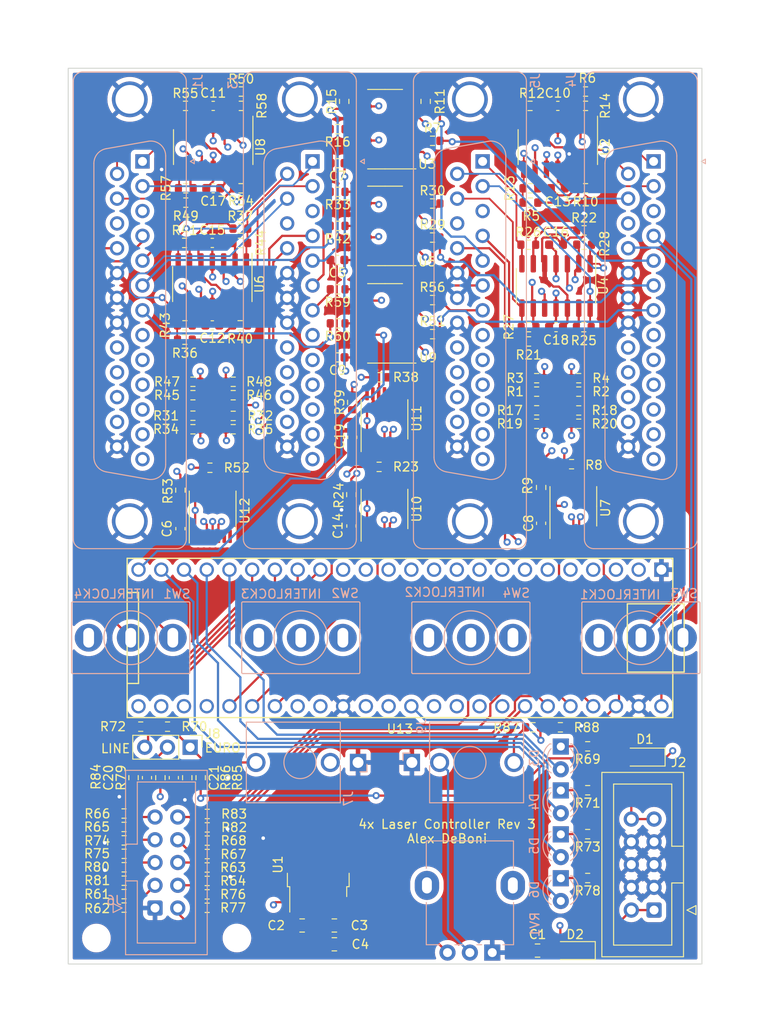
<source format=kicad_pcb>
(kicad_pcb (version 20211014) (generator pcbnew)
  (layers (0 "F.Cu" signal) (1 "In1.Cu" signal) (2 "In2.Cu" signal) (31 "B.Cu" signal) (34 "B.Paste" user) (35 "F.Paste" user) (36 "B.SilkS" user "B.Silkscreen") (37 "F.SilkS" user "F.Silkscreen") (38 "B.Mask" user) (39 "F.Mask" user) (44 "Edge.Cuts" user))
  (net 0 "")
  (net 1 "-12V")
  (net 2 "GND")
  (net 3 "+12V")
  (net 4 "+5V")
  (net 5 "+3V3")
  (net 6 "AUDIO_IN")
  (net 7 "Net-(D1-Pad2)")
  (net 8 "Net-(D2-Pad1)")
  (net 44 "P24_HI")
  (net 45 "P25_HI")
  (net 46 "P22_HI")
  (net 47 "P26_HI")
  (net 48 "EURO_IN")
  (net 49 "LINE_IN")
  (net 50 "MODE")
  (net 51 "Net-(R1-Pad1)")
  (net 52 "Net-(R7-Pad1)")
  (net 53 "SDA")
  (net 54 "SCL")
  (net 55 "Net-(R11-Pad1)")
  (net 56 "Net-(R12-Pad1)")
  (net 57 "Net-(R2-Pad1)")
  (net 58 "Net-(J4-Pad4)")
  (net 59 "P24")
  (net 60 "P22")
  (net 61 "P25")
  (net 62 "Net-(J5-Pad4)")
  (net 63 "P26")
  (net 64 "P20_HI")
  (net 65 "P21_HI")
  (net 66 "P23_HI")
  (net 68 "Net-(C20-Pad1)")
  (net 69 "Net-(C21-Pad2)")
  (net 70 "Net-(R45-Pad1)")
  (net 71 "Net-(R49-Pad2)")
  (net 72 "Net-(R50-Pad2)")
  (net 73 "Net-(R51-Pad1)")
  (net 74 "Net-(R53-Pad2)")
  (net 75 "Net-(R56-Pad1)")
  (net 76 "Net-(R59-Pad1)")
  (net 77 "Net-(R60-Pad1)")
  (net 79 "CS1")
  (net 80 "Net-(J9-PadTN)")
  (net 81 "P21")
  (net 82 "SCK")
  (net 83 "MOSI")
  (net 84 "X+4")
  (net 85 "Y+4")
  (net 86 "R4")
  (net 87 "G4")
  (net 88 "B4")
  (net 89 "X-4")
  (net 90 "Y-4")
  (net 91 "X+3")
  (net 92 "Y+3")
  (net 93 "P20")
  (net 94 "R3")
  (net 95 "G3")
  (net 96 "B3")
  (net 97 "X-3")
  (net 98 "Y-3")
  (net 99 "X+1")
  (net 100 "Y+1")
  (net 101 "Net-(J4-Pad17)")
  (net 102 "R1")
  (net 103 "G1")
  (net 104 "B1")
  (net 105 "X-1")
  (net 106 "Y-1")
  (net 107 "X+2")
  (net 108 "Y+2")
  (net 109 "Net-(J5-Pad17)")
  (net 110 "R2")
  (net 111 "G2")
  (net 112 "B2")
  (net 113 "X-2")
  (net 114 "Y-2")
  (net 115 "P27_HI")
  (net 116 "P23")
  (net 120 "P27")
  (net 121 "R_LO1")
  (net 122 "R_LO2")
  (net 123 "R_LO3")
  (net 124 "R_LO4")
  (net 125 "G_LO1")
  (net 126 "G_LO2")
  (net 127 "G_LO3")
  (net 128 "G_LO4")
  (net 129 "B_LO1")
  (net 130 "B_LO2")
  (net 131 "B_LO3")
  (net 132 "B_LO4")
  (net 133 "X1_LO")
  (net 134 "X2_LO")
  (net 135 "X3_LO")
  (net 136 "X4_LO")
  (net 137 "Y4_LO")
  (net 138 "Y3_LO")
  (net 139 "Y2_LO")
  (net 140 "Y1_LO")
  (net 153 "Net-(R13-Pad1)")
  (net 154 "Net-(R14-Pad1)")
  (net 155 "Net-(R15-Pad1)")
  (net 156 "Net-(R10-Pad1)")
  (net 157 "Net-(R16-Pad1)")
  (net 158 "Net-(R17-Pad1)")
  (net 159 "Net-(R18-Pad1)")
  (net 160 "Net-(R21-Pad2)")
  (net 161 "Net-(R22-Pad2)")
  (net 162 "Net-(R23-Pad2)")
  (net 163 "Net-(R24-Pad2)")
  (net 164 "Net-(R29-Pad1)")
  (net 165 "Net-(R31-Pad1)")
  (net 166 "Net-(R32-Pad1)")
  (net 167 "Net-(R30-Pad1)")
  (net 168 "Net-(R33-Pad1)")
  (net 169 "Net-(R36-Pad2)")
  (net 170 "Net-(R37-Pad2)")
  (net 171 "Net-(R38-Pad2)")
  (net 172 "Net-(R39-Pad2)")
  (net 173 "Net-(R42-Pad1)")
  (net 174 "Net-(R46-Pad1)")
  (net 177 "Net-(D3-Pad1)")
  (net 178 "Net-(D3-Pad2)")
  (net 179 "Net-(D4-Pad1)")
  (net 180 "Net-(D4-Pad2)")
  (net 181 "Net-(D5-Pad1)")
  (net 182 "Net-(D5-Pad2)")
  (net 183 "Net-(D6-Pad1)")
  (net 184 "Net-(D6-Pad2)")
  (net 189 "Net-(J1-Pad4)")
  (net 190 "Net-(J1-Pad17)")
  (net 191 "Net-(J3-Pad4)")
  (net 193 "Net-(J3-Pad17)")
  (net 194 "Net-(J9-PadT)")
  (net 195 "Net-(R52-Pad2)")
  (net 203 "MISO")
  (net 207 "CS4")
  (net 208 "CS3")
  (net 209 "CS2")
  (footprint "Resistor_SMD:R_0603_1608Metric" (layer "F.Cu") (at 133.365 53.9)
    (fp_text reference "R30")
    (fp_text value "100")
  )
  (footprint "Capacitor_SMD:C_0805_2012Metric" (layer "F.Cu") (at 145.1 137.3 180)
    (fp_text reference "C1")
    (fp_text value "22u")
  )
  (footprint "Resistor_SMD:R_0603_1608Metric" (layer "F.Cu") (at 105.765 43 180)
    (fp_text reference "R55")
    (fp_text value "10k")
  )
  (footprint "Resistor_SMD:R_0603_1608Metric" (layer "F.Cu") (at 111.865 67.5)
    (fp_text reference "R40")
    (fp_text value "10k")
  )
  (footprint "Resistor_SMD:R_0603_1608Metric" (layer "F.Cu") (at 105.665 58.3 180)
    (fp_text reference "R41")
    (fp_text value "10k")
  )
  (footprint "Resistor_SMD:R_0603_1608Metric" (layer "F.Cu") (at 108.19 129.525 180)
    (fp_text reference "R64")
    (fp_text value "100k")
  )
  (footprint "Capacitor_SMD:C_0603_1608Metric" (layer "F.Cu") (at 108.865 43)
    (fp_text reference "C11")
    (fp_text value "0.1u")
  )
  (footprint "Capacitor_SMD:C_0805_2012Metric" (layer "F.Cu") (at 118.8 134.5)
    (fp_text reference "C2")
    (fp_text value "22u")
  )
  (footprint "Resistor_SMD:R_0603_1608Metric" (layer "F.Cu") (at 124.4 76.1 90)
    (fp_text reference "R39")
    (fp_text value "3.3k")
  )
  (footprint "Resistor_SMD:R_0603_1608Metric" (layer "F.Cu") (at 111.1 77.61)
    (fp_text reference "R32")
    (fp_text value "9.1k")
  )
  (footprint "Package_SO:SOIC-14_3.9x8.7mm_P1.27mm" (layer "F.Cu") (at 108.765 62.9 -90)
    (fp_text reference "U6")
    (fp_text value "TL074")
  )
  (footprint "Resistor_SMD:R_0603_1608Metric" (layer "F.Cu") (at 145 73.4)
    (fp_text reference "R3")
    (fp_text value "3.6k")
  )
  (footprint "Resistor_SMD:R_0603_1608Metric" (layer "F.Cu") (at 98.91 125 180)
    (fp_text reference "R74")
    (fp_text value "47k")
  )
  (footprint "Capacitor_SMD:C_0603_1608Metric" (layer "F.Cu") (at 147.365 52.2)
    (fp_text reference "C13")
    (fp_text value "0.1u")
  )
  (footprint "Resistor_SMD:R_0603_1608Metric" (layer "F.Cu") (at 144.6 112.375 180)
    (fp_text reference "R87")
    (fp_text value "47k")
  )
  (footprint "Capacitor_SMD:C_0603_1608Metric" (layer "F.Cu") (at 108.765 67.5 180)
    (fp_text reference "C12")
    (fp_text value "0.1u")
  )
  (footprint "Capacitor_SMD:C_0603_1608Metric" (layer "F.Cu") (at 124.3 89.9 -90)
    (fp_text reference "C14")
    (fp_text value "0.1u")
  )
  (footprint "Resistor_SMD:R_0603_1608Metric" (layer "F.Cu") (at 122.765 52.6 180)
    (fp_text reference "R33")
    (fp_text value "100")
  )
  (footprint "Resistor_SMD:R_0603_1608Metric" (layer "F.Cu") (at 150.465 41.4 180)
    (fp_text reference "R6")
    (fp_text value "10k")
  )
  (footprint "Resistor_SMD:R_0603_1608Metric" (layer "F.Cu") (at 149.7 78.49 180)
    (fp_text reference "R20")
    (fp_text value "3.6k")
  )
  (footprint "Resistor_SMD:R_0603_1608Metric" (layer "F.Cu") (at 98.91 128 180)
    (fp_text reference "R80")
    (fp_text value "47k")
  )
  (footprint "Resistor_SMD:R_0603_1608Metric" (layer "F.Cu") (at 122.765 56.4 180)
    (fp_text reference "R42")
    (fp_text value "100")
  )
  (footprint "Capacitor_SMD:C_0805_2012Metric" (layer "F.Cu") (at 122.4 134.5 180)
    (fp_text reference "C3")
    (fp_text value "22u")
  )
  (footprint "Resistor_SMD:R_0603_1608Metric" (layer "F.Cu") (at 150.7 129.2 180)
    (fp_text reference "R78")
    (fp_text value "68")
  )
  (footprint "Resistor_SMD:R_0603_1608Metric" (layer "F.Cu") (at 127.5 73.3 180)
    (fp_text reference "R38")
    (fp_text value "3.3k")
  )
  (footprint "Resistor_SMD:R_0603_1608Metric" (layer "F.Cu") (at 105.8 53.8)
    (fp_text reference "R49")
    (fp_text value "10k")
  )
  (footprint "Resistor_SMD:R_0603_1608Metric" (layer "F.Cu") (at 106.6 79.1)
    (fp_text reference "R34")
    (fp_text value "3.6k")
  )
  (footprint "Capacitor_SMD:C_0603_1608Metric" (layer "F.Cu") (at 105.2 90.2 -90)
    (fp_text reference "C6")
    (fp_text value "0.1u")
  )
  (footprint "Resistor_SMD:R_0603_1608Metric" (layer "F.Cu") (at 149.7 77)
    (fp_text reference "R18")
    (fp_text value "9.1k")
  )
  (footprint "Resistor_SMD:R_0603_1608Metric" (layer "F.Cu") (at 132.6 42.5 90)
    (fp_text reference "R11")
    (fp_text value "100")
  )
  (footprint "Diode_SMD:D_SOD-123" (layer "F.Cu") (at 149.3 137.3 180)
    (fp_text reference "D2")
    (fp_text value "SM4007")
  )
  (footprint "Resistor_SMD:R_0603_1608Metric" (layer "F.Cu") (at 133.365 68.48)
    (fp_text reference "R51")
    (fp_text value "100")
  )
  (footprint "Resistor_SMD:R_0603_1608Metric" (layer "F.Cu") (at 150.465 52.2)
    (fp_text reference "R10")
    (fp_text value "10k")
  )
  (footprint "Resistor_SMD:R_0603_1608Metric" (layer "F.Cu") (at 149.7 74.9)
    (fp_text reference "R2")
    (fp_text value "9.1k")
  )
  (footprint "Capacitor_SMD:C_0603_1608Metric" (layer "F.Cu") (at 122.765 71.08 180)
    (fp_text reference "C9")
    (fp_text value "0.1u")
  )
  (footprint "Resistor_SMD:R_0603_1608Metric" (layer "F.Cu") (at 111.9 58.3)
    (fp_text reference "R44")
    (fp_text value "20k")
  )
  (footprint "Resistor_SMD:R_0603_1608Metric" (layer "F.Cu") (at 108.2 122.05 180)
    (fp_text reference "R83")
    (fp_text value "100k")
  )
  (footprint "Resistor_SMD:R_0603_1608Metric" (layer "F.Cu") (at 111.1 73.8 180)
    (fp_text reference "R48")
    (fp_text value "3.6k")
  )
  (footprint "Package_SO:SOIC-14_3.9x8.7mm_P1.27mm" (layer "F.Cu") (at 128.065 45.6 180)
    (fp_text reference "U3")
    (fp_text value "74LS125")
  )
  (footprint "Resistor_SMD:R_0603_1608Metric" (layer "F.Cu") (at 108.19 128.025)
    (fp_text reference "R63")
    (fp_text value "47k")
  )
  (footprint "Resistor_SMD:R_0603_1608Metric" (layer "F.Cu") (at 133.365 57.7)
    (fp_text reference "R29")
    (fp_text value "100")
  )
  (footprint "Package_SO:TSSOP-14_4.4x5mm_P0.65mm" (layer "F.Cu") (at 108.8 88.2 90)
    (fp_text reference "U12")
    (fp_text value "MCP4922-EST")
  )
  (footprint "Resistor_SMD:R_0603_1608Metric" (layer "F.Cu") (at 150.7 114.5 180)
    (fp_text reference "R69")
    (fp_text value "68")
  )
  (footprint "Resistor_SMD:R_0603_1608Metric" (layer "F.Cu") (at 150.3 58.5)
    (fp_text reference "R28")
    (fp_text value "20k")
  )
  (footprint "Capacitor_SMD:C_0603_1608Metric" (layer "F.Cu") (at 147.165 67.7 180)
    (fp_text reference "C18")
    (fp_text value "0.1u")
  )
  (footprint "Package_SO:SOIC-14_3.9x8.7mm_P1.27mm" (layer "F.Cu") (at 108.865 47.6 -90)
    (fp_text reference "U8")
    (fp_text value "TL074")
  )
  (footprint "Resistor_SMD:R_0603_1608Metric" (layer "F.Cu") (at 112 41.4 180)
    (fp_text reference "R50")
    (fp_text value "10k")
  )
  (footprint "Resistor_SMD:R_0603_1608Metric" (layer "F.Cu") (at 111.9 56.7 180)
    (fp_text reference "R37")
    (fp_text value "10k")
  )
  (footprint "Resistor_SMD:R_0603_1608Metric" (layer "F.Cu") (at 98.9 122)
    (fp_text reference "R66")
    (fp_text value "100k")
  )
  (footprint "Capacitor_SMD:C_0603_1608Metric" (layer "F.Cu") (at 147.165 58.5)
    (fp_text reference "C16")
    (fp_text value "0.1u")
  )
  (footprint "Resistor_SMD:R_0603_1608Metric" (layer "F.Cu") (at 144.1 67.7 180)
    (fp_text reference "R27")
    (fp_text value "20k")
  )
  (footprint "Resistor_SMD:R_0603_1608Metric" (layer "F.Cu") (at 150.3 56.9 180)
    (fp_text reference "R22")
    (fp_text value "10k")
  )
  (footprint "Resistor_SMD:R_0603_1608Metric" (layer "F.Cu") (at 145.5 85.6 90)
    (fp_text reference "R9")
    (fp_text value "3.3k")
  )
  (footprint "Resistor_SMD:R_0603_1608Metric" (layer "F.Cu") (at 150.7 124.3 180)
    (fp_text reference "R73")
    (fp_text value "68")
  )
  (footprint "Package_SO:SOIC-14_3.9x8.7mm_P1.27mm" (layer "F.Cu") (at 128.065 56.4 180)
    (fp_text reference "U5")
    (fp_text value "74LS125")
  )
  (footprint "Package_SO:TSSOP-14_4.4x5mm_P0.65mm" (layer "F.Cu") (at 149.1 87.7 90)
    (fp_text reference "U7")
    (fp_text value "MCP4922-EST")
  )
  (footprint "Resistor_SMD:R_0603_1608Metric" (layer "F.Cu") (at 106.6 73.8)
    (fp_text reference "R47")
    (fp_text value "3.6k")
  )
  (footprint "Resistor_SMD:R_0603_1608Metric" (layer "F.Cu") (at 105.965 118 90)
    (fp_text reference "R86")
    (fp_text value "2.2k")
  )
  (footprint "Resistor_SMD:R_0603_1608Metric" (layer "F.Cu") (at 108.2 125.025 180)
    (fp_text reference "R68")
    (fp_text value "100k")
  )
  (footprint "Resistor_SMD:R_0603_1608Metric" (layer "F.Cu") (at 108.19 131.025)
    (fp_text reference "R76")
    (fp_text value "47k")
  )
  (footprint "Capacitor_SMD:C_0603_1608Metric" (layer "F.Cu") (at 101.465 118 -90)
    (fp_text reference "C20")
    (fp_text value "10u")
  )
  (footprint "Resistor_SMD:R_0603_1608Metric" (layer "F.Cu") (at 98.9 123.5 180)
    (fp_text reference "R65")
    (fp_text value "47k")
  )
  (footprint "Resistor_SMD:R_0603_1608Metric" (layer "F.Cu") (at 122.765 45.6 180)
    (fp_text reference "R16")
    (fp_text value "100")
  )
  (footprint "Resistor_SMD:R_0603_1608Metric" (layer "F.Cu") (at 122.765 67.28 180)
    (fp_text reference "R60")
    (fp_text value "100")
  )
  (footprint "Resistor_SMD:R_0603_1608Metric" (layer "F.Cu") (at 106.6 75.3 180)
    (fp_text reference "R45")
    (fp_text value "9.1k")
  )
  (footprint "Capacitor_SMD:C_0805_2012Metric" (layer "F.Cu") (at 122.4 136.6 180)
    (fp_text reference "C4")
    (fp_text value "22u")
  )
  (footprint "Package_TO_SOT_SMD:TO-252-2" (layer "F.Cu") (at 120.6 127.7 90)
    (fp_text reference "U1")
    (fp_text value "L7805")
  )
  (footprint "Resistor_SMD:R_0603_1608Metric" (layer "F.Cu") (at 123.5 42.5 -90)
    (fp_text reference "R15")
    (fp_text value "100")
  )
  (footprint "Resistor_SMD:R_0603_1608Metric" (layer "F.Cu") (at 150.7 119.4 180)
    (fp_text reference "R71")
    (fp_text value "68")
  )
  (footprint "Resistor_SMD:R_0603_1608Metric" (layer "F.Cu") (at 133.365 64.68)
    (fp_text reference "R56")
    (fp_text value "100")
  )
  (footprint "Capacitor_SMD:C_0603_1608Metric" (layer "F.Cu") (at 108.865 52.2 180)
    (fp_text reference "C17")
    (fp_text value "0.1u")
  )
  (footprint "Resistor_SMD:R_0603_1608Metric" (layer "F.Cu") (at 150.265 67.7)
    (fp_text reference "R25")
    (fp_text value "10k")
  )
  (footprint "MountingHole:MountingHole_2.2mm_M2" (layer "F.Cu") (at 111.515 135.9)
    (fp_text reference "H1")
    (fp_text value "MountingHole")
  )
  (footprint "Capacitor_SMD:C_0603_1608Metric" (layer "F.Cu") (at 145.5 89.6 -90)
    (fp_text reference "C8")
    (fp_text value "0.1u")
  )
  (footprint "Resistor_SMD:R_0603_1608Metric" (layer "F.Cu") (at 103.765 112.3 180)
    (fp_text reference "R70")
    (fp_text value "100k")
  )
  (footprint "Resistor_SMD:R_0603_1608Metric" (layer "F.Cu") (at 106.6 77.59 180)
    (fp_text reference "R31")
    (fp_text value "9.1k")
  )
  (footprint "Package_SO:TSSOP-14_4.4x5mm_P0.65mm" (layer "F.Cu") (at 128 88 90)
    (fp_text reference "U10")
    (fp_text value "MCP4922-EST")
  )
  (footprint "Resistor_SMD:R_0603_1608Metric" (layer "F.Cu") (at 98.91 126.5)
    (fp_text reference "R75")
    (fp_text value "100k")
  )
  (footprint "Resistor_SMD:R_0603_1608Metric" (layer "F.Cu") (at 102.965 118 -90)
    (fp_text reference "R79")
    (fp_text value "47k")
  )
  (footprint "Resistor_SMD:R_0603_1608Metric" (layer "F.Cu") (at 107.465 118 90)
    (fp_text reference "R85")
    (fp_text value "2.2k")
  )
  (footprint "Resistor_SMD:R_0603_1608Metric" (layer "F.Cu") (at 148.9 83 180)
    (fp_text reference "R8")
    (fp_text value "3.3k")
  )
  (footprint "Capacitor_SMD:C_0603_1608Metric" (layer "F.Cu") (at 108.765 58.3)
    (fp_text reference "C15")
    (fp_text value "0.1u")
  )
  (footprint "Connector_IDC:IDC-Header_2x05_P2.54mm_Vertical" (layer "F.Cu") (at 158.1175 132.78 180)
    (fp_text reference "J2")
    (fp_text value "Conn_02x05_Odd_Even")
  )
  (footprint "Resistor_SMD:R_0603_1608Metric" (layer "F.Cu") (at 145 78.49)
    (fp_text reference "R19")
    (fp_text value "3.6k")
  )
  (footprint "Capacitor_SMD:C_0603_1608Metric" (layer "F.Cu") (at 122.74 60.2 180)
    (fp_text reference "C5")
    (fp_text value "0.1u")
  )
  (footprint "Package_SO:TSSOP-14_4.4x5mm_P0.65mm" (layer "F.Cu") (at 128 78 90)
    (fp_text reference "U11")
    (fp_text value "MCP4922-EST")
  )
  (footprint "Capacitor_SMD:C_0603_1608Metric" (layer "F.Cu") (at 147.365 43)
    (fp_text reference "C10")
    (fp_text value "0.1u")
  )
  (footprint "Connector_PinHeader_2.54mm:PinHeader_1x03_P2.54mm_Vertical" (layer "F.Cu") (at 106.29 114.6 -90)
    (fp_text reference "J8")
    (fp_text value "Conn_01x03")
  )
  (footprint "Resistor_SMD:R_0603_1608Metric" (layer "F.Cu") (at 144.3 52.2 180)
    (fp_text reference "R13")
    (fp_text value "20k")
  )
  (footprint "Capacitor_SMD:C_0603_1608Metric" (layer "F.Cu") (at 124.4 80 -90)
    (fp_text reference "C19")
    (fp_text value "0.1u")
  )
  (footprint "Package_SO:SOIC-14_3.9x8.7mm_P1.27mm" (layer "F.Cu") (at 147.365 47.6 -90)
    (fp_text reference "U2")
    (fp_text value "TL074")
  )
  (footprint "Alex Custom:Teensy41" (layer "F.Cu") (at 129.73 102.4 180)
    (fp_text reference "U13")
    (fp_text value "Teensy4.1")
  )
  (footprint "Resistor_SMD:R_0603_1608Metric" (layer "F.Cu") (at 100.765 112.3)
    (fp_text reference "R72")
    (fp_text value "47k")
  )
  (footprint "Resistor_SMD:R_0603_1608Metric" (layer "F.Cu") (at 111.1 75.3)
    (fp_text reference "R46")
    (fp_text value "9.1k")
  )
  (footprint "Package_SO:SOIC-14_3.9x8.7mm_P1.27mm" (layer "F.Cu") (at 128.065 67.28 180)
    (fp_text reference "U9")
    (fp_text value "74LS125")
  )
  (footprint "Resistor_SMD:R_0603_1608Metric" (layer "F.Cu") (at 150.465 43)
    (fp_text reference "R14")
    (fp_text value "20k")
  )
  (footprint "Resistor_SMD:R_0603_1608Metric" (layer "F.Cu") (at 105.8 52.2 180)
    (fp_text reference "R57")
    (fp_text value "20k")
  )
  (footprint "Resistor_SMD:R_0603_1608Metric" (layer "F.Cu") (at 144.265 43 180)
    (fp_text reference "R12")
    (fp_text value "10k")
  )
  (footprint "Capacitor_SMD:C_0603_1608Metric" (layer "F.Cu") (at 104.465 118 90)
    (fp_text reference "C21")
    (fp_text value "10u")
  )
  (footprint "Resistor_SMD:R_0603_1608Metric" (layer "F.Cu") (at 105.7 67.5 180)
    (fp_text reference "R43")
    (fp_text value "20k")
  )
  (footprint "Resistor_SMD:R_0603_1608Metric" (layer "F.Cu") (at 99.965 118 90)
    (fp_text reference "R84")
    (fp_text value "47k")
  )
  (footprint "Resistor_SMD:R_0603_1608Metric" (layer "F.Cu") (at 108.19 132.525 180)
    (fp_text reference "R77")
    (fp_text value "100k")
  )
  (footprint "Capacitor_SMD:C_0603_1608Metric" (layer "F.Cu") (at 122.765 49.4 180)
    (fp_text reference "C7")
    (fp_text value "0.1u")
  )
  (footprint "Resistor_SMD:R_0603_1608Metric" (layer "F.Cu") (at 98.91 129.5)
    (fp_text reference "R81")
    (fp_text value "100k")
  )
  (footprint "Resistor_SMD:R_0603_1608Metric" (layer "F.Cu") (at 105.2 85.9 90)
    (fp_text reference "R53")
    (fp_text value "3.3k")
  )
  (footprint "Diode_SMD:D_SOD-123" (layer "F.Cu") (at 157.1 115.7 180)
    (fp_text reference "D1")
    (fp_text value "SM4007")
  )
  (footprint "Resistor_SMD:R_0603_1608Metric" (layer "F.Cu") (at 111.965 52.2)
    (fp_text reference "R54")
    (fp_text value "10k")
  )
  (footprint "Resistor_SMD:R_0603_1608Metric" (layer "F.Cu") (at 122.765 63.48 180)
    (fp_text reference "R59")
    (fp_text value "100")
  )
  (footprint "Resistor_SMD:R_0603_1608Metric" (layer "F.Cu") (at 133.365 46.9)
    (fp_text reference "R7")
    (fp_text value "100")
  )
  (footprint "Resistor_SMD:R_0603_1608Metric" (layer "F.Cu") (at 145 76.99 180)
    (fp_text reference "R17")
    (fp_text value "9.1k")
  )
  (footprint "Package_SO:SOIC-14_3.9x8.7mm_P1.27mm" (layer "F.Cu") (at 147.165 63.1 -90)
    (fp_text reference "U4")
    (fp_text value "TL074")
  )
  (footprint "Resistor_SMD:R_0603_1608Metric" (layer "F.Cu") (at 149.7 73.4 180)
    (fp_text reference "R4")
    (fp_text value "3.6k")
  )
  (footprint "Resistor_SMD:R_0603_1608Metric" (layer "F.Cu") (at 144.065 58.5 180)
    (fp_text reference "R26")
    (fp_text value "10k")
  )
  (footprint "Resistor_SMD:R_0603_1608Metric" (layer "F.Cu") (at 98.9 132.5)
    (fp_text reference "R62")
    (fp_text value "100k")
  )
  (footprint "Resistor_SMD:R_0603_1608Metric" (layer "F.Cu") (at 147.65 112.375)
    (fp_text reference "R88")
    (fp_text value "100k")
  )
  (footprint "Resistor_SMD:R_0603_1608Metric" (layer "F.Cu") (at 144.1 69.3)
    (fp_text reference "R21")
    (fp_text value "10k")
  )
  (footprint "MountingHole:MountingHole_2.2mm_M2" (layer "F.Cu") (at 95.815 135.9)
    (fp_text reference "H2")
    (fp_text value "MountingHole")
  )
  (footprint "Resistor_SMD:R_0603_1608Metric" (layer "F.Cu") (at 127.4 83.3 180)
    (fp_text reference "R23")
    (fp_text value "3.3k")
  )
  (footprint "Resistor_SMD:R_0603_1608Metric" (layer "F.Cu") (at 112 43)
    (fp_text reference "R58")
    (fp_text value "20k")
  )
  (footprint "Resistor_SMD:R_0603_1608Metric" (layer "F.Cu") (at 144.3 53.8)
    (fp_text reference "R5")
    (fp_text value "10k")
  )
  (footprint "Resistor_SMD:R_0603_1608Metric" (layer "F.Cu") (at 108.5 83.4 180)
    (fp_text reference "R52")
    (fp_text value "3.3k")
  )
  (footprint "Resistor_SMD:R_0603_1608Metric" (layer "F.Cu") (at 108.2 123.55)
    (fp_text reference "R82")
    (fp_text value "47k")
  )
  (footprint "Resistor_SMD:R_0603_1608Metric" (layer "F.Cu") (at 145 74.9 180)
    (fp_text reference "R1")
    (fp_text value "9.1k")
  )
  (footprint "Resistor_SMD:R_0603_1608Metric" (layer "F.Cu") (at 108.2 126.525)
    (fp_text reference "R67")
    (fp_text value "47k")
  )
  (footprint "Resistor_SMD:R_0603_1608Metric" (layer "F.Cu") (at 124.3 86.4 90)
    (fp_text reference "R24")
    (fp_text value "3.3k")
  )
  (footprint "Resistor_SMD:R_0603_1608Metric" (layer "F.Cu") (at 98.9 131 180)
    (fp_text reference "R61")
    (fp_text value "47k")
  )
  (footprint "Resistor_SMD:R_0603_1608Metric" (layer "F.Cu") (at 105.7 69.1)
    (fp_text reference "R36")
    (fp_text value "10k")
  )
  (footprint "Resistor_SMD:R_0603_1608Metric" (layer "F.Cu") (at 111.1 79.1 180)
    (fp_text reference "R35")
    (fp_text value "3.6k")
  )
  (footprint "4MS Switches:Switch_Toggle_SPDT_Mini_SolderLug" (layer "B.Cu") (at 137.65 102.375 90)
    (fp_text reference "SW4")
    (fp_text value "INTERLOCK2")
  )
  (footprint "LED_THT:LED_D3.0mm" (layer "B.Cu") (at 147.7 114.525 -90)
    (fp_text reference "D3")
    (fp_text value "LED")
  )
  (footprint "Connector_IDC:IDC-Header_2x05_P2.54mm_Vertical" (layer "B.Cu") (at 102.365 132.55)
    (fp_text reference "J6")
    (fp_text value "Conn_02x05_Odd_Even")
  )
  (footprint "Connector_Dsub:DSUB-25_Female_Vertical_P2.77x2.84mm_MountingHoles" (layer "B.Cu") (at 138.965 49.2 90)
    (fp_text reference "J5")
    (fp_text value "ILDA2")
  )
  (footprint "LED_THT:LED_D3.0mm" (layer "B.Cu") (at 147.7 119.425 -90)
    (fp_text reference "D4")
    (fp_text value "LED")
  )
  (footprint "Potentiometer_THT:Potentiometer_Alpha_RD901F-40-00D_Single_Vertical" (layer "B.Cu") (at 140.04 137.525 90)
    (fp_text reference "RV1")
    (fp_text value "R_Potentiometer_US")
  )
  (footprint "Connector_Dsub:DSUB-25_Female_Vertical_P2.77x2.84mm_MountingHoles" (layer "B.Cu") (at 119.965 49.2 90)
    (fp_text reference "J3")
    (fp_text value "ILDA3")
  )
  (footprint "LED_THT:LED_D3.0mm" (layer "B.Cu") (at 147.7 124.325 -90)
    (fp_text reference "D5")
    (fp_text value "LED")
  )
  (footprint "4MS Switches:Switch_Toggle_SPDT_Mini_SolderLug" (layer "B.Cu") (at 156.65 102.375 90)
    (fp_text reference "SW3")
    (fp_text value "INTERLOCK1")
  )
  (footprint "Connector_Dsub:DSUB-25_Female_Vertical_P2.77x2.84mm_MountingHoles" (layer "B.Cu") (at 158.065 49.2 90)
    (fp_text reference "J4")
    (fp_text value "ILDA1")
  )
  (footprint "Connector_Audio:Jack_3.5mm_QingPu_WQP-PJ398SM_Vertical_CircularHoles" (layer "B.Cu") (at 131.06 116.3 -90)
    (fp_text reference "J9")
    (fp_text value "MODE")
  )
  (footprint "Connector_Audio:Jack_3.5mm_QingPu_WQP-PJ398SM_Vertical_CircularHoles" (layer "B.Cu") (at 125.045 116.3 90)
    (fp_text reference "J7")
    (fp_text value "AUDIO_IN")
  )
  (footprint "Connector_Dsub:DSUB-25_Female_Vertical_P2.77x2.84mm_MountingHoles" (layer "B.Cu") (at 100.965 49.2 90)
    (fp_text reference "J1")
    (fp_text value "ILDA4")
  )
  (footprint "4MS Switches:Switch_Toggle_SPDT_Mini_SolderLug" (layer "B.Cu") (at 99.65 102.375 90)
    (fp_text reference "SW1")
    (fp_text value "INTERLOCK4")
  )
  (footprint "LED_THT:LED_D3.0mm" (layer "B.Cu") (at 147.7 129.225 -90)
    (fp_text reference "D6")
    (fp_text value "LED")
  )
  (footprint "4MS Switches:Switch_Toggle_SPDT_Mini_SolderLug" (layer "B.Cu") (at 118.65 102.375 90)
    (fp_text reference "SW2")
    (fp_text value "INTERLOCK3")
  )
  (gr_rect (start 92.665 38.8) (end 163.465 138.8) (layer "Edge.Cuts") (width 0.1) (fill none))
  (gr_text "4x Laser Controller Rev 3\nAlex DeBoni" (at 135 124) (layer "F.SilkS") (effects (font (size 1 1))))
  (gr_text "LINE" (at 97.95 114.75) (layer "F.SilkS") (effects (font (size 1 1))))
  (gr_text "EURO" (at 109.925 114.675) (layer "F.SilkS") (effects (font (size 1 1))))
  (segment (start 108.765 66.725) (end 107.99 67.5) (width 0.25) (layer "F.Cu") (net 1))
  (segment (start 108.865 50.075) (end 108.865 48.5) (width 0.25) (layer "F.Cu") (net 1))
  (segment (start 147.365 50.075) (end 147.365 48.5) (width 0.25) (layer "F.Cu") (net 1))
  (segment (start 108.765 63.735) (end 108.8 63.7) (width 0.25) (layer "F.Cu") (net 1))
  (segment (start 147.65 134.55) (end 147.6 134.5) (width 0.25) (layer "F.Cu") (net 1))
  (segment (start 108.765 65.375) (end 108.765 66.725) (width 0.25) (layer "F.Cu") (net 1))
  (segment (start 147.165 65.575) (end 147.165 63.9) (width 0.25) (layer "F.Cu") (net 1))
  (segment (start 147.65 137.3) (end 147.65 134.55) (width 0.25) (layer "F.Cu") (net 1))
  (segment (start 108.865 50.075) (end 108.865 51.425) (width 0.25) (layer "F.Cu") (net 1))
  (segment (start 108.765 65.375) (end 108.765 63.735) (width 0.25) (layer "F.Cu") (net 1))
  (segment (start 147.165 65.575) (end 147.165 66.925) (width 0.25) (layer "F.Cu") (net 1))
  (segment (start 147.165 66.925) (end 146.39 67.7) (width 0.25) (layer "F.Cu") (net 1))
  (segment (start 146.05 137.3) (end 147.65 137.3) (width 0.25) (layer "F.Cu") (net 1))
  (segment (start 148.14 52.2) (end 147.365 51.425) (width 0.25) (layer "F.Cu") (net 1))
  (segment (start 147.365 51.425) (end 147.365 50.075) (width 0.25) (layer "F.Cu") (net 1))
  (segment (start 108.865 51.425) (end 108.09 52.2) (width 0.25) (layer "F.Cu") (net 1))
  (via (at 147.6 134.5) (size 0.8) (drill 0.4) (layers "F.Cu" "B.Cu") (net 1))
  (via (at 147.165 63.9) (size 0.8) (drill 0.4) (layers "F.Cu" "B.Cu") (net 1))
  (via (at 108.8 63.7) (size 0.8) (drill 0.4) (layers "F.Cu" "B.Cu") (net 1))
  (via (at 108.865 48.5) (size 0.8) (drill 0.4) (layers "F.Cu" "B.Cu") (net 1))
  (via (at 147.365 48.5) (size 0.8) (drill 0.4) (layers "F.Cu" "B.Cu") (net 1))
  (segment (start 107.637862 42.2) (end 108.84 42.2) (width 0.25) (layer "F.Cu") (net 2))
  (segment (start 107.595 45.125) (end 107.31548 44.84548) (width 0.25) (layer "F.Cu") (net 2))
  (segment (start 127.35 75.1375) (end 127.4 75.0875) (width 0.25) (layer "F.Cu") (net 2))
  (segment (start 151.05 82.65) (end 151.05 84.8375) (width 0.25) (layer "F.Cu") (net 2))
  (segment (start 108.6 83.8) (end 108.6 82.9) (width 0.25) (layer "F.Cu") (net 2))
  (segment (start 108.84 42.2) (end 109.64 43) (width 0.25) (layer "F.Cu") (net 2))
  (segment (start 148.635 48.365) (end 148.635 50.075) (width 0.25) (layer "F.Cu") (net 2))
  (segment (start 108.15 85.3375) (end 108.15 84.25) (width 0.25) (layer "F.Cu") (net 2))
  (segment (start 127.4 75.0875) (end 127.4 72.6) (width 0.25) (layer "F.Cu") (net 2))
  (segment (start 147.94 58.5) (end 148.73952 57.70048) (width 0.25) (layer "F.Cu") (net 2))
  (segment (start 145.81548 42.44952) (end 146.06452 42.20048) (width 0.25) (layer "F.Cu") (net 2))
  (segment (start 108.15 84.25) (end 108.6 83.8) (width 0.25) (layer "F.Cu") (net 2))
  (segment (start 148.45 84.8375) (end 148.45 84.148959) (width 0.25) (layer "F.Cu") (net 2))
  (segment (start 108.74 57.5) (end 109.54 58.3) (width 0.25) (layer "F.Cu") (net 2))
  (segment (start 147.14048 57.70048) (end 147.94 58.5) (width 0.25) (layer "F.Cu") (net 2))
  (segment (start 148.45 84.148959) (end 148.9 83.698959) (width 0.25) (layer "F.Cu") (net 2))
  (segment (start 150.5 82.1) (end 151.05 82.65) (width 0.25) (layer "F.Cu") (net 2))
  (segment (start 150.057263 57.70048) (end 150.265 57.492743) (width 0.25) (layer "F.Cu") (net 2))
  (segment (start 147.475489 63.175489) (end 148.435 64.135) (width 0.25) (layer "F.Cu") (net 2))
  (segment (start 146.095 46.695) (end 147.024511 47.624511) (width 0.25) (layer "F.Cu") (net 2))
  (segment (start 108.6 82.9) (end 108.9 82.6) (width 0.25) (layer "F.Cu") (net 2))
  (segment (start 122.66452 68.40048) (end 122.689511 68.425471) (width 0.25) (layer "F.Cu") (net 2))
  (segment (start 148.635 48.335) (end 148.635 48.365) (width 0.25) (layer "F.Cu") (net 2))
  (segment (start 110.135 48.735) (end 110.135 50.075) (width 0.25) (layer "F.Cu") (net 2))
  (segment (start 148.635 50.075) (end 148.91452 50.35452) (width 0.25) (layer "F.Cu") (net 2))
  (segment (start 107.21548 57.785238) (end 107.500718 57.5) (width 0.25) (layer "F.Cu") (net 2))
  (segment (start 129.6 82.4) (end 129.95 82.75) (width 0.25) (layer "F.Cu") (net 2))
  (segment (start 110.035 63.835) (end 110.035 65.375) (width 0.25) (layer "F.Cu") (net 2))
  (segment (start 122.689511 70.380489) (end 121.99 71.08) (width 0.25) (layer "F.Cu") (net 2))
  (segment (start 145.61548 60.34548) (end 145.61548 57.84952) (width 0.25) (layer "F.Cu") (net 2))
  (segment (start 96.86 125.275) (end 98.085 126.5) (width 0.25) (layer "F.Cu") (net 2))
  (segment (start 107.500718 57.5) (end 108.74 57.5) (width 0.25) (layer "F.Cu") (net 2))
  (segment (start 145.895 60.625) (end 145.895 62.195) (width 0.25) (layer "F.Cu") (net 2))
  (segment (start 121.965 60.2) (end 122.66452 60.89952) (width 0.25) (layer "F.Cu") (net 2))
  (segment (start 129.95 72.75) (end 129.95 75.1375) (width 0.25) (layer "F.Cu") (net 2))
  (segment (start 148.73952 57.70048) (end 150.057263 57.70048) (width 0.25) (layer "F.Cu") (net 2))
  (segment (start 107.595 45.125) (end 107.595 46.805592) (width 0.25) (layer "F.Cu") (net 2))
  (segment (start 148.9 82.4) (end 149.2 82.1) (width 0.25) (layer "F.Cu") (net 2))
  (segment (start 108.9 82.6) (end 109.8 82.6) (width 0.25) (layer "F.Cu") (net 2))
  (segment (start 127.4 72.6) (end 127.6 72.4) (width 0.25) (layer "F.Cu") (net 2))
  (segment (start 146.06452 42.20048) (end 147.34048 42.20048) (width 0.25) (layer "F.Cu") (net 2))
  (segment (start 148.435 64.135) (end 148.435 65.575) (width 0.25) (layer "F.Cu") (net 2))
  (segment (start 148.435 67.205) (end 147.94 67.7) (width 0.25) (layer "F.Cu") (net 2))
  (segment (start 127.7 82.4) (end 129.6 82.4) (width 0.25) (layer "F.Cu") (net 2))
  (segment (start 127.35 82.75) (end 127.7 82.4) (width 0.25) (layer "F.Cu") (net 2))
  (segment (start 149.2 82.1) (end 150.5 82.1) (width 0.25) (layer "F.Cu") (net 2))
  (segment (start 147.024511 47.624511) (end 147.924511 47.624511) (width 0.25) (layer "F.Cu") (net 2))
  (segment (start 145.61548 57.84952) (end 145.76452 57.70048) (width 0.25) (layer "F.Cu") (net 2))
  (segment (start 129.95 82.75) (end 129.95 85.1375) (width 0.25) (layer "F.Cu") (net 2))
  (segment (start 146.875489 63.175489) (end 147.475489 63.175489) (width 0.25) (layer "F.Cu") (net 2))
  (segment (start 147.34048 42.20048) (end 148.14 43) (width 0.25) (layer "F.Cu") (net 2))
  (segment (start 108.650875 62.975489) (end 109.175489 62.975489) (width 0.25) (layer "F.Cu") (net 2))
  (segment (start 148.91452 50.35452) (end 148.91452 52.68548) (width 0.25) (layer "F.Cu") (net 2))
  (segment (start 110.035 65.375) (end 110.035 67.005) (width 0.25) (layer "F.Cu") (net 2))
  (segment (start 148.435 65.575) (end 148.435 67.205) (width 0.25) (layer "F.Cu") (net 2))
  (segment (start 122.66452 60.89952) (end 122.66452 68.40048) (width 0.25) (layer "F.Cu") (net 2))
  (segment (start 122.689511 68.425471) (end 122.689511 70.380489) (width 0.25) (layer "F.Cu") (net 2))
  (segment (start 147.924511 47.624511) (end 148.635 48.335) (width 0.25) (layer "F.Cu") (net 2))
  (segment (start 145.895 62.195) (end 146.875489 63.175489) (width 0.25) (layer "F.Cu") (net 2))
  (segment (start 148.9 83.698959) (end 148.9 82.4) (width 0.25) (layer "F.Cu") (net 2))
  (segment (start 110.035 67.005) (end 109.54 67.5) (width 0.25) (layer "F.Cu") (net 2))
  (segment (start 127.35 85.1375) (end 127.35 82.75) (width 0.25) (layer "F.Cu") (net 2))
  (segment (start 147.38952 52.99952) (end 146.59 52.2) (width 0.25) (layer "F.Cu") (net 2))
  (segment (start 107.495 61.819614) (end 108.650875 62.975489) (width 0.25) (layer "F.Cu") (net 2))
  (segment (start 145.81548 44.84548) (end 145.81548 42.44952) (width 0.25) (layer "F.Cu") (net 2))
  (segment (start 148.60048 52.99952) (end 147.38952 52.99952) (width 0.25) (layer "F.Cu") (net 2))
  (segment (start 109.8 82.6) (end 110.75 83.55) (width 0.25) (layer "F.Cu") (net 2))
  (segment (start 107.21548 60.14548) (end 107.21548 57.785238) (width 0.25) (layer "F.Cu") (net 2))
  (segment (start 109.175489 47.775489) (end 110.135 48.735) (width 0.25) (layer "F.Cu") (net 2))
  (segment (start 96.91 128.325) (end 98.085 129.5) (width 0.25) (layer "F.Cu") (net 2))
  (segment (start 110.75 83.55) (end 110.75 85.3375) (width 0.25) (layer "F.Cu") (net 2))
  (segment (start 129.6 72.4) (end 129.95 72.75) (width 0.25) (layer "F.Cu") (net 2))
  (segment (start 109.025 125.025) (end 109.175 125.025) (width 0.25) (layer "F.Cu") (net 2))
  (segment (start 107.495 60.425) (end 107.495 61.819614) (width 0.25) (layer "F.Cu") (net 2))
  (segment (start 96.75 125.275) (end 96.86 125.275) (width 0.25) (layer "F.Cu") (net 2))
  (segment (start 110.135 50.075) (end 110.135 51.705) (width 0.25) (layer "F.Cu") (net 2))
  (segment (start 109.175 125.025) (end 110.475 123.725) (width 0.25) (layer "F.Cu") (net 2))
  (segment (start 109.175489 62.975489) (end 110.035 63.835) (width 0.25) (layer "F.Cu") (net 2))
  (segment (start 148.91452 52.68548) (end 148.60048 52.99952) (width 0.25) (layer "F.Cu") (net 2))
  (segment (start 110.135 51.705) (end 109.64 52.2) (width 0.25) (layer "F.Cu") (net 2))
  (segment (start 107.31548 44.84548) (end 107.31548 42.522382) (width 0.25) (layer "F.Cu") (net 2))
  (segment (start 96.75 128.325) (end 96.91 128.325) (width 0.25) (layer "F.Cu") (net 2))
  (segment (start 127.6 72.4) (end 129.6 72.4) (width 0.25) (layer "F.Cu") (net 2))
  (segment (start 146.095 45.125) (end 145.81548 44.84548) (width 0.25) (layer "F.Cu") (net 2))
  (segment (start 107.495 60.425) (end 107.21548 60.14548) (width 0.25) (layer "F.Cu") (net 2))
  (segment (start 150.265 57.492743) (end 150.265 55) (width 0.25) (layer "F.Cu") (net 2))
  (segment (start 146.095 45.125) (end 146.095 46.695) (width 0.25) (layer "F.Cu") (net 2))
  (segment (start 145.76452 57.70048) (end 147.14048 57.70048) (width 0.25) (layer "F.Cu") (net 2))
  (segment (start 145.895 60.625) (end 145.61548 60.34548) (width 0.25) (layer "F.Cu") (net 2))
  (segment (start 108.564897 47.775489) (end 109.175489 47.775489) (width 0.25) (layer "F.Cu") (net 2))
  (segment (start 107.31548 42.522382) (end 107.637862 42.2) (width 0.25) (layer "F.Cu") (net 2))
  (segment (start 107.595 46.805592) (end 108.564897 47.775489) (width 0.25) (layer "F.Cu") (net 2))
  (via (at 148.635 48.365) (size 0.8) (drill 0.4) (layers "F.Cu" "B.Cu") (net 2))
  (via (at 96.75 128.325) (size 0.8) (drill 0.4) (layers "F.Cu" "B.Cu") (net 2))
  (via (at 96.75 125.275) (size 0.8) (drill 0.4) (layers "F.Cu" "B.Cu") (net 2))
  (via (at 114.45 124.75) (size 0.8) (drill 0.4) (layers "F.Cu" "B.Cu") (net 2))
  (via (at 123.2 88.1) (size 0.8) (drill 0.4) (layers "F.Cu" "B.Cu") (net 2))
  (via (at 103.1 50.1) (size 0.8) (drill 0.4) (layers "F.Cu" "B.Cu") (net 2))
  (via (at 98.375 120.125) (size 0.8) (drill 0.4) (layers "F.Cu" "B.Cu") (net 2))
  (via (at 105.7 120.475) (size 0.8) (drill 0.4) (layers "F.Cu" "B.Cu") (net 2))
  (via (at 110.775 129.05) (size 0.8) (drill 0.4) (layers "F.Cu" "B.Cu") (net 2))
  (via (at 150.265 55) (size 0.8) (drill 0.4) (layers "F.Cu" "B.Cu") (net 2))
  (via (at 150 112.2) (size 0.8) (drill 0.4) (layers "F.Cu" "B.Cu") (net 2))
  (via (at 110.475 123.725) (size 0.8) (drill 0.4) (layers "F.Cu" "B.Cu") (net 2))
  (via (at 110.49539 118.007486) (size 0.8) (drill 0.4) (layers "F.Cu" "B.Cu") (net 2))
  (segment (start 108.765 59.075) (end 107.99 58.3) (width 0.25) (layer "F.Cu") (net 3))
  (segment (start 147.365 45.125) (end 147.365 46.9) (width 0.25) (layer "F.Cu") (net 3))
  (segment (start 108.865 45.125) (end 108.865 46.9) (width 0.25) (layer "F.Cu") (net 3))
  (segment (start 108.765 62.065) (end 108.8 62.1) (width 0.25) (layer "F.Cu") (net 3))
  (segment (start 147.165 59.275) (end 146.39 58.5) (width 0.25) (layer "F.Cu") (net 3))
  (segment (start 108.765 60.425) (end 108.765 62.065) (width 0.25) (layer "F.Cu") (net 3))
  (segment (start 118.32 131.9) (end 118.32 134.03) (width 0.25) (layer "F.Cu") (net 3))
  (segment (start 147.365 45.125) (end 147.365 43.775) (width 0.25) (layer "F.Cu") (net 3))
  (segment (start 159.5 115.7) (end 160.2 115) (width 0.25) (layer "F.Cu") (net 3))
  (segment (start 147.165 60.625) (end 147.165 59.275) (width 0.25) (layer "F.Cu") (net 3))
  (segment (start 118.32 134.03) (end 117.85 134.5) (width 0.25) (layer "F.Cu") (net 3))
  (segment (start 147.365 43.775) (end 146.59 43) (width 0.25) (layer "F.Cu") (net 3))
  (segment (start 108.865 45.125) (end 108.865 43.775) (width 0.25) (layer "F.Cu") (net 3))
  (segment (start 108.865 43.775) (end 108.09 43) (width 0.25) (layer "F.Cu") (net 3))
  (segment (start 118.32 131.9) (end 115.8 131.9) (width 0.25) (layer "F.Cu") (net 3))
  (segment (start 147.165 60.625) (end 147.165 62.3) (width 0.25) (layer "F.Cu") (net 3))
  (segment (start 158.75 115.7) (end 159.5 115.7) (width 0.25) (layer "F.Cu") (net 3))
  (segment (start 115.8 131.9) (end 115.6 132.2) (width 0.25) (layer "F.Cu") (net 3))
  (segment (start 108.765 60.425) (end 108.765 59.075) (width 0.25) (layer "F.Cu") (net 3))
  (via (at 108.865 46.9) (size 0.8) (drill 0.4) (layers "F.Cu" "B.Cu") (net 3))
  (via (at 108.8 62.1) (size 0.8) (drill 0.4) (layers "F.Cu" "B.Cu") (net 3))
  (via (at 147.165 62.3) (size 0.8) (drill 0.4) (layers "F.Cu" "B.Cu") (net 3))
  (via (at 160.2 115) (size 0.8) (drill 0.4) (layers "F.Cu" "B.Cu") (net 3))
  (via (at 115.6 132.2) (size 0.8) (drill 0.4) (layers "F.Cu" "B.Cu") (net 3))
  (via (at 147.365 46.9) (size 0.8) (drill 0.4) (layers "F.Cu" "B.Cu") (net 3))
  (segment (start 110.9 133.9) (end 114.9 129.9) (width 0.25) (layer "F.Cu") (net 4))
  (segment (start 125.59 71.09) (end 123.55 71.09) (width 0.25) (layer "F.Cu") (net 4))
  (segment (start 123.515 60.2) (end 123.515 61.45) (width 0.25) (layer "F.Cu") (net 4))
  (segment (start 104.905 133.105) (end 105.7 133.9) (width 0.25) (layer "F.Cu") (net 4))
  (segment (start 105.7 133.9) (end 110.9 133.9) (width 0.25) (layer "F.Cu") (net 4))
  (segment (start 105.775 76.375) (end 105.775 77.59) (width 0.25) (layer "F.Cu") (net 4))
  (segment (start 111.925 75.3) (end 111.925 76.475) (width 0.25) (layer "F.Cu") (net 4))
  (segment (start 105.775 76.375) (end 111.825 76.375) (width 0.25) (layer "F.Cu") (net 4))
  (segment (start 154.7 83.5) (end 152.9 81.7) (width 0.25) (layer "F.Cu") (net 4))
  (segment (start 123.55 49.41) (end 123.54 49.4) (width 0.25) (layer "F.Cu") (net 4))
  (segment (start 123.35 136.6) (end 123.35 134.5) (width 0.25) (layer "F.Cu") (net 4))
  (segment (start 105.775 75.3) (end 105.775 76.375) (width 0.25) (layer "F.Cu") (net 4))
  (segment (start 123.565 50.9) (end 123.54 50.875) (width 0.25) (layer "F.Cu") (net 4))
  (segment (start 144.175 76.99) (end 144.175 75.925) (width 0.25) (layer "F.Cu") (net 4))
  (segment (start 125.59 49.41) (end 123.55 49.41) (width 0.25) (layer "F.Cu") (net 4))
  (segment (start 161.4 88.9) (end 156 83.5) (width 0.25) (layer "F.Cu") (net 4))
  (segment (start 120.88 129.9) (end 122.88 131.9) (width 0.25) (layer "F.Cu") (net 4))
  (segment (start 134.115 136.6) (end 135.04 137.525) (width 0.25) (layer "F.Cu") (net 4))
  (segment (start 152.9 79.375) (end 150.525 77) (width 0.25) (layer "F.Cu") (net 4))
  (segment (start 123.525 60.21) (end 123.515 60.2) (width 0.25) (layer "F.Cu") (net 4))
  (segment (start 123.54 71.08) (end 123.54 72.475) (width 0.25) (layer "F.Cu") (net 4))
  (segment (start 111.925 76.475) (end 111.925 77.61) (width 0.25) (layer "F.Cu") (net 4))
  (segment (start 144.175 75.925) (end 150.525 75.925) (width 0.25) (layer "F.Cu") (net 4))
  (segment (start 152.9 81.7) (end 152.9 79.375) (width 0.25) (layer "F.Cu") (net 4))
  (segment (start 150.525 75.925) (end 150.525 74.9) (width 0.25) (layer "F.Cu") (net 4))
  (segment (start 114.9 129.9) (end 120.88 129.9) (width 0.25) (layer "F.Cu") (net 4))
  (segment (start 123.54 50.875) (end 123.54 49.4) (width 0.25) (layer "F.Cu") (net 4))
  (segment (start 144.175 75.925) (end 144.175 74.9) (width 0.25) (layer "F.Cu") (net 4))
  (segment (start 158.94 110.02) (end 158.94 100.66) (width 0.25) (layer "F.Cu") (net 4))
  (segment (start 122.88 134.03) (end 123.35 134.5) (width 0.25) (layer "F.Cu") (net 4))
  (segment (start 161.4 98.2) (end 161.4 88.9) (width 0.25) (layer "F.Cu") (net 4))
  (segment (start 158.94 100.66) (end 161.4 98.2) (width 0.25) (layer "F.Cu") (net 4))
  (segment (start 156 83.5) (end 154.7 83.5) (width 0.25) (layer "F.Cu") (net 4))
  (segment (start 111.85 76.4) (end 113.6 76.4) (width 0.25) (layer "F.Cu") (net 4))
  (segment (start 111.825 76.375) (end 111.925 76.475) (width 0.25) (layer "F.Cu") (net 4))
  (segment (start 150.525 77) (end 150.525 75.925) (width 0.25) (layer "F.Cu") (net 4))
  (segment (start 122.88 131.9) (end 122.88 134.03) (width 0.25) (layer "F.Cu") (net 4))
  (segment (start 104.905 132.55) (end 104.905 133.105) (width 0.25) (layer "F.Cu") (net 4))
  (segment (start 125.59 60.21) (end 123.525 60.21) (width 0.25) (layer "F.Cu") (net 4))
  (segment (start 123.55 71.09) (end 123.54 71.08) (width 0.25) (layer "F.Cu") (net 4))
  (segment (start 123.35 136.6) (end 134.115 136.6) (width 0.25) (layer "F.Cu") (net 4))
  (segment (start 123.54 72.475) (end 123.665 72.6) (width 0.25) (layer "F.Cu") (net 4))
  (via (at 123.565 50.9) (size 0.8) (drill 0.4) (layers "F.Cu" "B.Cu") (net 4))
  (via (at 123.665 72.6) (size 0.8) (drill 0.4) (layers "F.Cu" "B.Cu") (net 4))
  (via (at 113.6 76.4) (size 0.8) (drill 0.4) (layers "F.Cu" "B.Cu") (net 4))
  (via (at 123.515 61.45) (size 0.8) (drill 0.4) (layers "F.Cu" "B.Cu") (net 4))
  (segment (start 123.565 50.9) (end 123.565 61.4) (width 0.25) (layer "B.Cu") (net 4))
  (segment (start 123.515 72.45) (end 123.665 72.6) (width 0.25) (layer "B.Cu") (net 4))
  (segment (start 123.565 61.4) (end 123.515 61.45) (width 0.25) (layer "B.Cu") (net 4))
  (segment (start 123.515 61.45) (end 123.515 72.45) (width 0.25) (layer "B.Cu") (net 4))
  (segment (start 127.876041 86.2) (end 128 86.076041) (width 0.25) (layer "F.Cu") (net 5))
  (segment (start 126.7 85.1375) (end 126.7 85.826041) (width 0.25) (layer "F.Cu") (net 5))
  (segment (start 105.2875 91.0625) (end 105.2 90.975) (width 0.25) (layer "F.Cu") (net 5))
  (segment (start 126.05 87.95) (end 126.05 86.476041) (width 0.25) (layer "F.Cu") (net 5))
  (segment (start 147.15 87.65) (end 147.15 86.176041) (width 0.25) (layer "F.Cu") (net 5))
  (segment (start 146.9625 90.375) (end 147.15 90.5625) (width 0.25) (layer "F.Cu") (net 5))
  (segment (start 127.073959 76.2) (end 127.626041 76.2) (width 0.25) (layer "F.Cu") (net 5))
  (segment (start 124.4 80.775) (end 125.9625 80.775) (width 0.25) (layer "F.Cu") (net 5))
  (segment (start 150.4 85.625) (end 150.4 84.8375) (width 0.25) (layer "F.Cu") (net 5))
  (segment (start 107.873959 86.4) (end 108.5 86.4) (width 0.25) (layer "F.Cu") (net 5))
  (segment (start 126.05 78.15) (end 126.05 76.726041) (width 0.25) (layer "F.Cu") (net 5))
  (segment (start 150.059511 115.840489) (end 150.7 115.2) (width 0.25) (layer "F.Cu") (net 5))
  (segment (start 107.5 86.026041) (end 107.873959 86.4) (width 0.25) (layer "F.Cu") (net 5))
  (segment (start 149.1 84.8375) (end 149.1 85.526041) (width 0.25) (layer "F.Cu") (net 5))
  (segment (start 126.7 85.826041) (end 127.073959 86.2) (width 0.25) (layer "F.Cu") (net 5))
  (segment (start 125.8625 90.675) (end 126.05 90.8625) (width 0.25) (layer "F.Cu") (net 5))
  (segment (start 147.15 90.5625) (end 147.15 87.65) (width 0.25) (layer "F.Cu") (net 5))
  (segment (start 145.5 90.375) (end 146.9625 90.375) (width 0.25) (layer "F.Cu") (net 5))
  (segment (start 109.726041 86.4) (end 110.1 86.026041) (width 0.25) (layer "F.Cu") (net 5))
  (segment (start 106.85 86.926041) (end 107.5 86.276041) (width 0.25) (layer "F.Cu") (net 5))
  (segment (start 126.05 80.8625) (end 126.05 78.15) (width 0.25) (layer "F.Cu") (net 5))
  (segment (start 127.065 120) (end 142.2 120) (width 0.25) (layer "F.Cu") (net 5))
  (segment (start 153.86 110.02) (end 154.2 109.68) (width 0.25) (layer "F.Cu") (net 5))
  (segment (start 126.05 90.8625) (end 126.05 87.95) (width 0.25) (layer "F.Cu") (net 5))
  (segment (start 126.05 86.476041) (end 126.7 85.826041) (width 0.25) (layer "F.Cu") (net 5))
  (segment (start 126.7 75.826041) (end 127.073959 76.2) (width 0.25) (layer "F.Cu") (net 5))
  (segment (start 106.85 91.0625) (end 106.85 88.15) (width 0.25) (layer "F.Cu") (net 5))
  (segment (start 106.85 91.0625) (end 105.2875 91.0625) (width 0.25) (layer "F.Cu") (net 5))
  (segment (start 150.7 113.18) (end 153.86 110.02) (width 0.25) (layer "F.Cu") (net 5))
  (segment (start 148.173959 85.9) (end 148.825 85.9) (width 0.25) (layer "F.Cu") (net 5))
  (segment (start 128 85.1375) (end 128 85.826041) (width 0.25) (layer "F.Cu") (net 5))
  (segment (start 128.373959 86.2) (end 128.926041 86.2) (width 0.25) (layer "F.Cu") (net 5))
  (segment (start 127.073959 86.2) (end 127.876041 86.2) (width 0.25) (layer "F.Cu") (net 5))
  (segment (start 108.8 86.1) (end 108.8 85.3375) (width 0.25) (layer "F.Cu") (net 5))
  (segment (start 124.3 90.675) (end 125.8625 90.675) (width 0.25) (layer "F.Cu") (net 5))
  (segment (start 147.8 85.526041) (end 148.173959 85.9) (width 0.25) (layer "F.Cu") (net 5))
  (segment (start 129.3 75.925) (end 129.3 75.1375) (width 0.25) (layer "F.Cu") (net 5))
  (segment (start 108.8 85.3375) (end 108.8 86.026041) (width 0.25) (layer "F.Cu") (net 5))
  (segment (start 149.1 85.526041) (end 149.473959 85.9) (width 0.25) (layer "F.Cu") (net 5))
  (segment (start 154.2 97) (end 152.5 95.3) (width 0.25) (layer "F.Cu") (net 5))
  (segment (start 129.025 76.2) (end 129.3 75.925) (width 0.25) (layer "F.Cu") (net 5))
  (segment (start 148.825 85.9) (end 149.1 85.625) (width 0.25) (layer "F.Cu") (net 5))
  (segment (start 107.465 118.825) (end 107.465 120.3) (width 0.25) (layer "F.Cu") (net 5))
  (segment (start 128 86.076041) (end 128 85.1375) (width 0.25) (layer "F.Cu") (net 5))
  (segment (start 152.5 88.275) (end 150.125 85.9) (width 0.25) (layer "F.Cu") (net 5))
  (segment (start 126.7 76.076041) (end 126.7 75.1375) (width 0.25) (layer "F.Cu") (net 5))
  (segment (start 149.1 85.625) (end 149.1 84.8375) (width 0.25) (layer "F.Cu") (net 5))
  (segment (start 109.173959 86.4) (end 109.726041 86.4) (width 0.25) (layer "F.Cu") (net 5))
  (segment (start 129.3 85.826041) (end 129.3 85.1375) (width 0.25) (layer "F.Cu") (net 5))
  (segment (start 147.95 87.65) (end 148.1 87.5) (width 0.25) (layer "F.Cu") (net 5))
  (segment (start 146.359511 115.840489) (end 150.059511 115.840489) (width 0.25) (layer "F.Cu") (net 5))
  (segment (start 107.5 85.3375) (end 107.5 86.026041) (width 0.25) (layer "F.Cu") (net 5))
  (segment (start 150.125 85.9) (end 150.4 85.625) (width 0.25) (layer "F.Cu") (net 5))
  (segment (start 128 85.826041) (end 128.373959 86.2) (width 0.25) (layer "F.Cu") (net 5))
  (segment (start 127.626041 76.2) (end 128 75.826041) (width 0.25) (layer "F.Cu") (net 5))
  (segment (start 110.1 86.026041) (end 110.1 85.3375) (width 0.25) (layer "F.Cu") (net 5))
  (segment (start 149.473959 85.9) (end 150.125 85.9) (width 0.25) (layer "F.Cu") (net 5))
  (segment (start 106.85 88.15) (end 106.85 86.926041) (width 0.25) (layer "F.Cu") (net 5))
  (segment (start 108.8 86.026041) (end 109.173959 86.4) (width 0.25) (layer "F.Cu") (net 5))
  (segment (start 126.05 76.726041) (end 126.7 76.076041) (width 0.25) (layer "F.Cu") (net 5))
  (segment (start 142.2 120) (end 146.359511 115.840489) (width 0.25) (layer "F.Cu") (net 5))
  (segment (start 126.7 75.1375) (end 126.7 75.826041) (width 0.25) (layer "F.Cu") (net 5))
  (segment (start 128 75.1375) (end 128 75.826041) (width 0.25) (layer "F.Cu") (net 5))
  (segment (start 147.15 86.176041) (end 147.8 85.526041) (width 0.25) (layer "F.Cu") (net 5))
  (segment (start 125.9625 80.775) (end 126.05 80.8625) (width 0.25) (layer "F.Cu") (net 5))
  (segment (start 128.926041 86.2) (end 129.3 85.826041) (width 0.25) (layer "F.Cu") (net 5))
  (segment (start 150.7 115.2) (end 150.7 113.18) (width 0.25) (layer "F.Cu") (net 5))
  (segment (start 128 75.826041) (end 128.373959 76.2) (width 0.25) (layer "F.Cu") (net 5))
  (segment (start 107.5 86.276041) (end 107.5 85.3375) (width 0.25) (layer "F.Cu") (net 5))
  (segment (start 152.5 95.3) (end 152.5 88.275) (width 0.25) (layer "F.Cu") (net 5))
  (segment (start 128.373959 76.2) (end 129.025 76.2) (width 0.25) (layer "F.Cu") (net 5))
  (segment (start 154.2 109.68) (end 154.2 97) (width 0.25) (layer "F.Cu") (net 5))
  (segment (start 147.8 84.8375) (end 147.8 85.526041) (width 0.25) (layer "F.Cu") (net 5))
  (segment (start 147.15 87.65) (end 147.95 87.65) (width 0.25) (layer "F.Cu") (net 5))
  (segment (start 108.5 86.4) (end 108.8 86.1) (width 0.25) (layer "F.Cu") (net 5))
  (via (at 107.465 120.3) (size 0.8) (drill 0.4) (layers "F.Cu" "B.Cu") (net 5))
  (via (at 126.05 78.15) (size 0.8) (drill 0.4) (layers "F.Cu" "B.Cu") (net 5))
  (via (at 148.1 87.5) (size 0.8) (drill 0.4) (layers "F.Cu" "B.Cu") (net 5))
  (via (at 106.85 88.15) (size 0.8) (drill 0.4) (layers "F.Cu" "B.Cu") (net 5))
  (via (at 126.05 87.95) (size 0.8) (drill 0.4) (layers "F.Cu" "B.Cu") (net 5))
  (via (at 127.065 120) (size 0.8) (drill 0.4) (layers "F.Cu" "B.Cu") (net 5))
  (segment (start 107.465 120.3) (end 107.765 120) (width 0.25) (layer "B.Cu") (net 5))
  (segment (start 107.765 120) (end 127.065 120) (width 0.25) (layer "B.Cu") (net 5))
  (segment (start 102.965 118.825) (end 102.965 120.099999) (width 0.25) (layer "F.Cu") (net 6))
  (segment (start 101.515 118.825) (end 101.465 118.775) (width 0.25) (layer "F.Cu") (net 6))
  (segment (start 102.965 118.825) (end 101.515 118.825) (width 0.25) (layer "F.Cu") (net 6))
  (segment (start 102.965 120.099999) (end 102.946812 120.118187) (width 0.25) (layer "F.Cu") (net 6))
  (via (at 102.946812 120.118187) (size 0.8) (drill 0.4) (layers "F.Cu" "B.Cu") (net 6))
  (segment (start 155.5775 115.8275) (end 155.45 115.7) (width 0.25) (layer "F.Cu") (net 7))
  (segment (start 155.5775 122.62) (end 155.5775 115.8275) (width 0.25) (layer "F.Cu") (net 7))
  (segment (start 155.5775 122.62) (end 158.1175 122.62) (width 0.25) (layer "F.Cu") (net 7))
  (segment (start 151.0575 137.3) (end 155.5775 132.78) (width 0.25) (layer "F.Cu") (net 8))
  (segment (start 158.1175 132.78) (end 155.5775 132.78) (width 0.25) (layer "F.Cu") (net 8))
  (segment (start 150.95 137.3) (end 151.0575 137.3) (width 0.25) (layer "F.Cu") (net 8))
  (segment (start 100.835 122.39) (end 102.365 122.39) (width 0.25) (layer "F.Cu") (net 44))
  (segment (start 99.725 123.5) (end 100.835 122.39) (width 0.25) (layer "F.Cu") (net 44))
  (segment (start 99.735 125) (end 99.805 124.93) (width 0.25) (layer "F.Cu") (net 45))
  (segment (start 99.805 124.93) (end 102.365 124.93) (width 0.25) (layer "F.Cu") (net 45))
  (segment (start 106.5 126.525) (end 104.905 124.93) (width 0.25) (layer "F.Cu") (net 46))
  (segment (start 107.375 126.525) (end 106.5 126.525) (width 0.25) (layer "F.Cu") (net 46))
  (segment (start 99.735 128) (end 100.265 127.47) (width 0.25) (layer "F.Cu") (net 47))
  (segment (start 100.265 127.47) (end 102.365 127.47) (width 0.25) (layer "F.Cu") (net 47))
  (segment (start 107.99 116.3) (end 106.29 114.6) (width 0.25) (layer "F.Cu") (net 48))
  (segment (start 104.59 112.9) (end 106.29 114.6) (width 0.25) (layer "F.Cu") (net 48))
  (segment (start 113.645 116.3) (end 107.99 116.3) (width 0.25) (layer "F.Cu") (net 48))
  (segment (start 104.59 112.3) (end 104.59 112.9) (width 0.25) (layer "F.Cu") (net 48))
  (segment (start 102.94 112.3) (end 101.59 112.3) (width 0.25) (layer "F.Cu") (net 49))
  (segment (start 101.59 114.22) (end 101.21 114.6) (width 0.25) (layer "F.Cu") (net 49))
  (segment (start 101.59 112.3) (end 101.59 114.22) (width 0.25) (layer "F.Cu") (net 49))
  (segment (start 145.425 112.375) (end 145.425 113.775) (width 0.25) (layer "F.Cu") (net 50))
  (segment (start 145.425 113.775) (end 145.475 113.825) (width 0.25) (layer "F.Cu") (net 50))
  (segment (start 145.425 112.375) (end 146.825 112.375) (width 0.25) (layer "F.Cu") (net 50))
  (via (at 145.475 113.825) (size 0.8) (drill 0.4) (layers "F.Cu" "B.Cu") (net 50))
  (segment (start 131 110.02) (end 132.53048 111.55048) (width 0.25) (layer "B.Cu") (net 50))
  (segment (start 132.53048 111.55048) (end 143.20048 111.55048) (width 0.25) (layer "B.Cu") (net 50))
  (segment (start 143.20048 111.55048) (end 145.475 113.825) (width 0.25) (layer "B.Cu") (net 50))
  (segment (start 145.825 73.4) (end 145.825 72.175) (width 0.25) (layer "F.Cu") (net 51))
  (segment (start 145.825 74.9) (end 145.825 73.4) (width 0.25) (layer "F.Cu") (net 51))
  (segment (start 146.095 50.075) (end 146.122081 48.437418) (width 0.25) (layer "F.Cu") (net 51))
  (segment (start 145.825 72.175) (end 145.9 72.1) (width 0.25) (layer "F.Cu") (net 51))
  (via (at 145.9 72.1) (size 0.8) (drill 0.4) (layers "F.Cu" "B.Cu") (net 51))
  (via (at 146.122081 48.437418) (size 0.8) (drill 0.4) (layers "F.Cu" "B.Cu") (net 51))
  (segment (start 132.51 46.87) (end 132.54 46.9) (width 0.25) (layer "F.Cu") (net 52))
  (segment (start 130.54 46.87) (end 132.51 46.87) (width 0.25) (layer "F.Cu") (net 52))
  (segment (start 130.54 43.06) (end 132.5 43.06) (width 0.25) (layer "F.Cu") (net 55))
  (segment (start 132.5 43.06) (end 132.54 43.1) (width 0.25) (layer "F.Cu") (net 55))
  (segment (start 145.09 42.175) (end 146.265 41) (width 0.25) (layer "F.Cu") (net 56))
  (segment (start 144.825 45.125) (end 144.825 43.265) (width 0.25) (layer "F.Cu") (net 56))
  (segment (start 149.24 41) (end 149.64 41.4) (width 0.25) (layer "F.Cu") (net 56))
  (segment (start 146.265 41) (end 149.24 41) (width 0.25) (layer "F.Cu") (net 56))
  (segment (start 145.09 43) (end 145.09 42.175) (width 0.25) (layer "F.Cu") (net 56))
  (segment (start 144.825 43.265) (end 145.09 43) (width 0.25) (layer "F.Cu") (net 56))
  (segment (start 148.875 73.4) (end 148.875 72.125) (width 0.25) (layer "F.Cu") (net 57))
  (segment (start 148.875 72.125) (end 148.9 72.1) (width 0.25) (layer "F.Cu") (net 57))
  (segment (start 148.635 47.335) (end 149.2 47.9) (width 0.25) (layer "F.Cu") (net 57))
  (segment (start 148.875 73.4) (end 148.875 74.9) (width 0.25) (layer "F.Cu") (net 57))
  (segment (start 148.635 45.125) (end 148.635 47.335) (width 0.25) (layer "F.Cu") (net 57))
  (segment (start 149.2 47.9) (end 152.7 47.9) (width 0.25) (layer "F.Cu") (net 57))
  (via (at 148.9 72.1) (size 0.8) (drill 0.4) (layers "F.Cu" "B.Cu") (net 57))
  (via (at 152.7 47.9) (size 0.8) (drill 0.4) (layers "F.Cu" "B.Cu") (net 57))
  (segment (start 161.35 99.75) (end 161.35 102.375) (width 0.25) (layer "B.Cu") (net 58))
  (segment (start 162.725 62.17) (end 162.725 98.375) (width 0.25) (layer "B.Cu") (net 58))
  (segment (start 162.725 98.375) (end 161.35 99.75) (width 0.25) (layer "B.Cu") (net 58))
  (segment (start 158.065 57.51) (end 162.725 62.17) (width 0.25) (layer "B.Cu") (net 58))
  (segment (start 98.075 123.5) (end 98.225 123.5) (width 0.25) (layer "F.Cu") (net 59))
  (segment (start 105.475 106.8) (end 112.275 100) (width 0.25) (layer "F.Cu") (net 59))
  (segment (start 112.275 100) (end 115.62 100) (width 0.25) (layer "F.Cu") (net 59))
  (segment (start 101.375 106.8) (end 105.475 106.8) (width 0.25) (layer "F.Cu") (net 59))
  (segment (start 98.225 123.5) (end 99.725 122) (width 0.25) (layer "F.Cu") (net 59))
  (segment (start 115.62 100) (end 120.84 94.78) (width 0.25) (layer "F.Cu") (net 59))
  (segment (start 96.49856 121.92356) (end 96.49856 111.67644) (width 0.25) (layer "F.Cu") (net 59))
  (segment (start 96.49856 111.67644) (end 101.375 106.8) (width 0.25) (layer "F.Cu") (net 59))
  (segment (start 98.075 123.5) (end 96.49856 121.92356) (width 0.25) (layer "F.Cu") (net 59))
  (segment (start 139.825 111.1) (end 139.825 109.7647) (width 0.25) (layer "F.Cu") (net 60))
  (segment (start 107.375 125.025) (end 107.525 125.025) (width 0.25) (layer "F.Cu") (net 60))
  (segment (start 139.825 109.7647) (end 141.143731 108.445969) (width 0.25) (layer "F.Cu") (net 60))
  (segment (start 120.503566 112.575) (end 138.35 112.575) (width 0.25) (layer "F.Cu") (net 60))
  (segment (start 107.525 125.025) (end 109.025 126.525) (width 0.25) (layer "F.Cu") (net 60))
  (segment (start 111.65096 121.427605) (end 120.503566 112.575) (width 0.25) (layer "F.Cu") (net 60))
  (segment (start 147.205969 108.445969) (end 148.78 110.02) (width 0.25) (layer "F.Cu") (net 60))
  (segment (start 141.143731 108.445969) (end 147.205969 108.445969) (width 0.25) (layer "F.Cu") (net 60))
  (segment (start 109.025 126.525) (end 111.65096 123.89904) (width 0.25) (layer "F.Cu") (net 60))
  (segment (start 111.65096 123.89904) (end 111.65096 121.427605) (width 0.25) (layer "F.Cu") (net 60))
  (segment (start 138.35 112.575) (end 139.825 111.1) (width 0.25) (layer "F.Cu") (net 60))
  (segment (start 114.825 99.475) (end 118.3 96) (width 0.25) (layer "F.Cu") (net 61))
  (segment (start 98.085 125) (end 96.04904 122.96404) (width 0.25) (layer "F.Cu") (net 61))
  (segment (start 99.585 126.5) (end 98.085 125) (width 0.25) (layer "F.Cu") (net 61))
  (segment (start 101.214282 106.325) (end 105.314282 106.325) (width 0.25) (layer "F.Cu") (net 61))
  (segment (start 112.164282 99.475) (end 114.825 99.475) (width 0.25) (layer "F.Cu") (net 61))
  (segment (start 96.04904 111.490242) (end 101.214282 106.325) (width 0.25) (layer "F.Cu") (net 61))
  (segment (start 96.04904 122.96404) (end 96.04904 111.490242) (width 0.25) (layer "F.Cu") (net 61))
  (segment (start 99.735 126.5) (end 99.585 126.5) (width 0.25) (layer "F.Cu") (net 61))
  (segment (start 105.314282 106.325) (end 112.164282 99.475) (width 0.25) (layer "F.Cu") (net 61))
  (segment (start 118.3 96) (end 118.3 94.78) (width 0.25) (layer "F.Cu") (net 61))
  (segment (start 142.95 91.65) (end 141.91644 90.61644) (width 0.25) (layer "F.Cu") (net 62))
  (segment (start 141.91644 60.46144) (end 138.965 57.51) (width 0.25) (layer "F.Cu") (net 62))
  (segment (start 141.91644 90.61644) (end 141.91644 60.46144) (width 0.25) (layer "F.Cu") (net 62))
  (via (at 142.95 91.65) (size 0.8) (drill 0.4) (layers "F.Cu" "B.Cu") (net 62))
  (segment (start 101.028564 105.875) (end 105.128564 105.875) (width 0.25) (layer "F.Cu") (net 63))
  (segment (start 95.59952 125.51452) (end 95.59952 111.304044) (width 0.25) (layer "F.Cu") (net 63))
  (segment (start 95.59952 111.304044) (end 101.028564 105.875) (width 0.25) (layer "F.Cu") (net 63))
  (segment (start 111.978085 99.02548) (end 113.69952 99.02548) (width 0.25) (layer "F.Cu") (net 63))
  (segment (start 105.128564 105.875) (end 111.978085 99.02548) (width 0.25) (layer "F.Cu") (net 63))
  (segment (start 98.235 128) (end 99.735 129.5) (width 0.25) (layer "F.Cu") (net 63))
  (segment (start 98.085 128) (end 95.59952 125.51452) (width 0.25) (layer "F.Cu") (net 63))
  (segment (start 115.76 96.965) (end 115.76 94.78) (width 0.25) (layer "F.Cu") (net 63))
  (segment (start 98.085 128) (end 98.235 128) (width 0.25) (layer "F.Cu") (net 63))
  (segment (start 113.69952 99.02548) (end 115.76 96.965) (width 0.25) (layer "F.Cu") (net 63))
  (segment (start 104.905 130.01) (end 106.35 130.01) (width 0.25) (layer "F.Cu") (net 64))
  (segment (start 106.35 130.01) (end 107.365 131.025) (width 0.25) (layer "F.Cu") (net 64))
  (segment (start 104.905 127.47) (end 106.81 127.47) (width 0.25) (layer "F.Cu") (net 65))
  (segment (start 106.81 127.47) (end 107.365 128.025) (width 0.25) (layer "F.Cu") (net 65))
  (segment (start 106.215 122.39) (end 107.375 123.55) (width 0.25) (layer "F.Cu") (net 66))
  (segment (start 104.905 122.39) (end 106.215 122.39) (width 0.25) (layer "F.Cu") (net 66))
  (segment (start 101.415 117.175) (end 101.465 117.225) (width 0.25) (layer "F.Cu") (net 68))
  (segment (start 101.465 116.885) (end 101.465 117.225) (width 0.25) (layer "F.Cu") (net 68))
  (segment (start 99.965 117.175) (end 101.415 117.175) (width 0.25) (layer "F.Cu") (net 68))
  (segment (start 103.75 114.6) (end 101.465 116.885) (width 0.25) (layer "F.Cu") (net 68))
  (segment (start 104.515 117.175) (end 104.465 117.225) (width 0.25) (layer "F.Cu") (net 69))
  (segment (start 107.465 117.175) (end 105.965 117.175) (width 0.25) (layer "F.Cu") (net 69))
  (segment (start 102.965 117.175) (end 104.415 117.175) (width 0.25) (layer "F.Cu") (net 69))
  (segment (start 104.415 117.175) (end 104.465 117.225) (width 0.25) (layer "F.Cu") (net 69))
  (segment (start 105.965 117.175) (end 104.515 117.175) (width 0.25) (layer "F.Cu") (net 69))
  (segment (start 107.595 50.075) (end 107.595 48.595) (width 0.25) (layer "F.Cu") (net 70))
  (segment (start 107.425 73.8) (end 107.425 75.3) (width 0.25) (layer "F.Cu") (net 70))
  (segment (start 107.595 48.595) (end 107.3 48.3) (width 0.25) (layer "F.Cu") (net 70))
  (segment (start 107.425 73.8) (end 107.425 72.625) (width 0.25) (layer "F.Cu") (net 70))
  (via (at 107.425 72.625) (size 0.8) (drill 0.4) (layers "F.Cu" "B.Cu") (net 70))
  (via (at 107.3 48.3) (size 0.8) (drill 0.4) (layers "F.Cu" "B.Cu") (net 70))
  (segment (start 111.405 50.075) (end 111.405 51.935) (width 0.25) (layer "F.Cu") (net 71))
  (segment (start 109.54 53.8) (end 111.14 52.2) (width 0.25) (layer "F.Cu") (net 71))
  (segment (start 106.59 53.8) (end 109.54 53.8) (width 0.25) (layer "F.Cu") (net 71))
  (segment (start 111.405 51.935) (end 111.14 52.2) (width 0.25) (layer "F.Cu") (net 71))
  (segment (start 106.325 43.265) (end 106.59 43) (width 0.25) (layer "F.Cu") (net 72))
  (segment (start 106.325 45.125) (end 106.325 43.265) (width 0.25) (layer "F.Cu") (net 72))
  (segment (start 107.365 41.4) (end 111.14 41.4) (width 0.25) (layer "F.Cu") (net 72))
  (segment (start 106.59 42.175) (end 107.365 41.4) (width 0.25) (layer "F.Cu") (net 72))
  (segment (start 106.59 43) (end 106.59 42.175) (width 0.25) (layer "F.Cu") (net 72))
  (segment (start 130.54 68.55) (end 132.47 68.55) (width 0.25) (layer "F.Cu") (net 73))
  (segment (start 132.47 68.55) (end 132.54 68.48) (width 0.25) (layer "F.Cu") (net 73))
  (segment (start 111.405 45.125) (end 111.405 46.605) (width 0.25) (layer "F.Cu") (net 74))
  (segment (start 105.2 85.075) (end 105.2 84.2) (width 0.25) (layer "F.Cu") (net 74))
  (segment (start 105.2 84.2) (end 104.8 83.8) (width 0.25) (layer "F.Cu") (net 74))
  (segment (start 111.405 45.125) (end 111.405 43.23) (width 0.25) (layer "F.Cu") (net 74))
  (segment (start 111.405 43.23) (end 111.175 43) (width 0.25) (layer "F.Cu") (net 74))
  (segment (start 111.405 46.605) (end 112.2 47.4) (width 0.25) (layer "F.Cu") (net 74))
  (via (at 112.2 47.4) (size 0.8) (drill 0.4) (layers "F.Cu" "B.Cu") (net 74))
  (via (at 104.8 83.8) (size 0.8) (drill 0.4) (layers "F.Cu" "B.Cu") (net 74))
  (segment (start 132.48 64.74) (end 132.54 64.68) (width 0.25) (layer "F.Cu") (net 75))
  (segment (start 130.54 64.74) (end 132.48 64.74) (width 0.25) (layer "F.Cu") (net 75))
  (segment (start 123.6 63.47) (end 123.59 63.48) (width 0.25) (layer "F.Cu") (net 76))
  (segment (start 125.59 63.47) (end 123.6 63.47) (width 0.25) (layer "F.Cu") (net 76))
  (segment (start 125.59 67.28) (end 123.59 67.28) (width 0.25) (layer "F.Cu") (net 77))
  (segment (start 124.2 105.4) (end 131 98.6) (width 0.25) (layer "F.Cu") (net 79))
  (segment (start 148.5 92.6) (end 148.5 90.6125) (width 0.25) (layer "F.Cu") (net 79))
  (segment (start 131 98.6) (end 145.9 98.6) (width 0.25) (layer "F.Cu") (net 79))
  (segment (start 148.5 90.6125) (end 148.45 90.5625) (width 0.25) (layer "F.Cu") (net 79))
  (segment (start 147.5 97) (end 147.5 93.6) (width 0.25) (layer "F.Cu") (net 79))
  (segment (start 115.76 110.02) (end 120.38 105.4) (width 0.25) (layer "F.Cu") (net 79))
  (segment (start 145.9 98.6) (end 147.5 97) (width 0.25) (layer "F.Cu") (net 79))
  (segment (start 147.5 93.6) (end 148.5 92.6) (width 0.25) (layer "F.Cu") (net 79))
  (segment (start 120.38 105.4) (end 124.2 105.4) (width 0.25) (layer "F.Cu") (net 79))
  (segment (start 135.099511 117.239511) (end 135.099511 135.084511) (width 0.25) (layer "B.Cu") (net 80))
  (segment (start 135.099511 135.084511) (end 137.54 137.525) (width 0.25) (layer "B.Cu") (net 80))
  (segment (start 134.16 116.3) (end 135.099511 117.239511) (width 0.25) (layer "B.Cu") (net 80))
  (segment (start 109.74952 127.29048) (end 111.34048 127.29048) (width 0.25) (layer "F.Cu") (net 81))
  (segment (start 107.365 129.525) (end 107.515 129.525) (width 0.25) (layer "F.Cu") (net 81))
  (segment (start 142.575489 109.474022) (end 143.154022 108.895489) (width 0.25) (layer "F.Cu") (net 81))
  (segment (start 109.015 128.025) (end 109.74952 127.29048) (width 0.25) (layer "F.Cu") (net 81))
  (segment (start 112.10048 126.53048) (end 112.10048 121.613802) (width 0.25) (layer "F.Cu") (net 81))
  (segment (start 140.010798 113.05048) (end 142.575489 110.485789) (width 0.25) (layer "F.Cu") (net 81))
  (segment (start 107.515 129.525) (end 109.015 128.025) (width 0.25) (layer "F.Cu") (net 81))
  (segment (start 112.10048 121.613802) (end 120.663803 113.05048) (width 0.25) (layer "F.Cu") (net 81))
  (segment (start 143.154022 108.895489) (end 145.115489 108.895489) (width 0.25) (layer "F.Cu") (net 81))
  (segment (start 111.34048 127.29048) (end 112.10048 126.53048) (width 0.25) (layer "F.Cu") (net 81))
  (segment (start 142.575489 110.485789) (end 142.575489 109.474022) (width 0.25) (layer "F.Cu") (net 81))
  (segment (start 145.115489 108.895489) (end 146.24 110.02) (width 0.25) (layer "F.Cu") (net 81))
  (segment (start 120.663803 113.05048) (end 140.010798 113.05048) (width 0.25) (layer "F.Cu") (net 81))
  (segment (start 128 80.8625) (end 128 79.1) (width 0.25) (layer "F.Cu") (net 82))
  (segment (start 108.8 91.0625) (end 108.8 89.4) (width 0.25) (layer "F.Cu") (net 82))
  (segment (start 149.1 89.084243) (end 148.891784 88.876027) (width 0.25) (layer "F.Cu") (net 82))
  (segment (start 149.1 90.5625) (end 149.1 89.084243) (width 0.25) (layer "F.Cu") (net 82))
  (segment (start 128 90.8625) (end 128 89.2) (width 0.25) (layer "F.Cu") (net 82))
  (via (at 148.891784 88.876027) (size 0.8) (drill 0.4) (layers "F.Cu" "B.Cu") (net 82))
  (via (at 108.8 89.4) (size 0.8) (drill 0.4) (layers "F.Cu" "B.Cu") (net 82))
  (via (at 128 79.1) (size 0.8) (drill 0.4) (layers "F.Cu" "B.Cu") (net 82))
  (via (at 128 89.2) (size 0.8) (drill 0.4) (layers "F.Cu" "B.Cu") (net 82))
  (segment (start 109.799503 89.4) (end 109.45 89.749503) (width 0.25) (layer "F.Cu") (net 83))
  (segment (start 128.65 79.45) (end 129 79.1) (width 0.25) (layer "F.Cu") (net 83))
  (segment (start 128.6 90.8125) (end 128.65 90.8625) (width 0.25) (layer "F.Cu") (net 83))
  (segment (start 109.45 89.749503) (end 109.45 91.0625) (width 0.25) (layer "F.Cu") (net 83))
  (segment (start 149.75 89.012356) (end 149.75 90.5625) (width 0.25) (layer "F.Cu") (net 83))
  (segment (start 128.65 80.8625) (end 128.65 79.45) (width 0.25) (layer "F.Cu") (net 83))
  (segment (start 129 89.225305) (end 128.6 89.625305) (width 0.25) (layer "F.Cu") (net 83))
  (segment (start 128.6 89.625305) (end 128.6 90.8125) (width 0.25) (layer "F.Cu") (net 83))
  (segment (start 149.891274 88.871082) (end 149.75 89.012356) (width 0.25) (layer "F.Cu") (net 83))
  (via (at 129 79.1) (size 0.8) (drill 0.4) (layers "F.Cu" "B.Cu") (net 83))
  (via (at 129 89.225305) (size 0.8) (drill 0.4) (layers "F.Cu" "B.Cu") (net 83))
  (via (at 149.891274 88.871082) (size 0.8) (drill 0.4) (layers "F.Cu" "B.Cu") (net 83))
  (via (at 109.799503 89.4) (size 0.8) (drill 0.4) (layers "F.Cu" "B.Cu") (net 83))
  (segment (start 100.965 49.2) (end 105.04 45.125) (width 0.2) (layer "F.Cu") (net 84))
  (segment (start 105.04 45.125) (end 105.055 45.125) (width 0.2) (layer "F.Cu") (net 84))
  (segment (start 105.055 45.125) (end 105.055 43.115) (width 0.2) (layer "F.Cu") (net 84))
  (segment (start 105.055 43.115) (end 104.94 43) (width 0.2) (layer "F.Cu") (net 84))
  (segment (start 112.79 52.375) (end 111.465 53.7) (width 0.2) (layer "F.Cu") (net 85))
  (segment (start 112.79 52.2) (end 112.79 52.375) (width 0.2) (layer "F.Cu") (net 85))
  (segment (start 112.675 50.075) (end 112.675 52.085) (width 0.2) (layer "F.Cu") (net 85))
  (segment (start 112.675 52.085) (end 112.79 52.2) (width 0.2) (layer "F.Cu") (net 85))
  (via (at 111.465 53.7) (size 0.8) (drill 0.4) (layers "F.Cu" "B.Cu") (net 85))
  (segment (start 109.735 51.97) (end 111.465 53.7) (width 0.2) (layer "B.Cu") (net 85))
  (segment (start 100.965 51.97) (end 109.735 51.97) (width 0.2) (layer "B.Cu") (net 85))
  (segment (start 111.565 55.5) (end 115.165 51.9) (width 0.25) (layer "F.Cu") (net 86))
  (segment (start 105.745 55.5) (end 111.565 55.5) (width 0.25) (layer "F.Cu") (net 86))
  (segment (start 100.965 60.28) (end 105.745 55.5) (width 0.25) (layer "F.Cu") (net 86))
  (segment (start 115.165 48.9) (end 118.465 45.6) (width 0.25) (layer "F.Cu") (net 86))
  (segment (start 118.465 45.6) (end 121.94 45.6) (width 0.25) (layer "F.Cu") (net 86))
  (segment (start 115.165 51.9) (end 115.165 48.9) (width 0.25) (layer "F.Cu") (net 86))
  (segment (start 121.94 58.075) (end 121.965 58.1) (width 0.25) (layer "F.Cu") (net 87))
  (segment (start 121.94 56.4) (end 121.94 58.075) (width 0.25) (layer "F.Cu") (net 87))
  (via (at 121.965 58.1) (size 0.8) (drill 0.4) (layers "F.Cu" "B.Cu") (net 87))
  (segment (start 117.865 60.2) (end 119.265 58.8) (width 0.25) (layer "B.Cu") (net 87))
  (segment (start 121.265 58.8) (end 121.965 58.1) (width 0.25) (layer "B.Cu") (net 87))
  (segment (start 119.265 58.8) (end 121.265 58.8) (width 0.25) (layer "B.Cu") (net 87))
  (segment (start 103.815 60.2) (end 117.865 60.2) (width 0.25) (layer "B.Cu") (net 87))
  (segment (start 100.965 63.05) (end 103.815 60.2) (width 0.25) (layer "B.Cu") (net 87))
  (segment (start 121.94 68.775) (end 121.965 68.8) (width 0.25) (layer "F.Cu") (net 88))
  (segment (start 121.94 67.28) (end 121.94 68.775) (width 0.25) (layer "F.Cu") (net 88))
  (via (at 121.965 68.8) (size 0.8) (drill 0.4) (layers "F.Cu" "B.Cu") (net 88))
  (segment (start 117.565 68.4) (end 103.545 68.4) (width 0.25) (layer "B.Cu") (net 88))
  (segment (start 121.965 68.8) (end 120.865 69.9) (width 0.25) (layer "B.Cu") (net 88))
  (segment (start 119.065 69.9) (end 117.565 68.4) (width 0.25) (layer "B.Cu") (net 88))
  (segment (start 120.865 69.9) (end 119.065 69.9) (width 0.25) (layer "B.Cu") (net 88))
  (segment (start 103.545 68.4) (end 100.965 65.82) (width 0.25) (layer "B.Cu") (net 88))
  (segment (start 112.675 43.115) (end 112.79 43) (width 0.2) (layer "F.Cu") (net 89))
  (segment (start 111.69 40.3) (end 112.79 41.4) (width 0.2) (layer "F.Cu") (net 89))
  (segment (start 112.675 45.125) (end 112.675 43.115) (width 0.2) (layer "F.Cu") (net 89))
  (segment (start 112.79 41.4) (end 112.79 43) (width 0.2) (layer "F.Cu") (net 89))
  (segment (start 98.125 47.94) (end 105.765 40.3) (width 0.2) (layer "F.Cu") (net 89))
  (segment (start 105.765 40.3) (end 111.69 40.3) (width 0.2) (layer "F.Cu") (net 89))
  (segment (start 98.125 50.585) (end 98.125 47.94) (width 0.2) (layer "F.Cu") (net 89))
  (segment (start 104.94 53.8) (end 104.94 52.2) (width 0.2) (layer "F.Cu") (net 90))
  (segment (start 98.125 53.355) (end 104.495 53.355) (width 0.2) (layer "F.Cu") (net 90))
  (segment (start 104.495 53.355) (end 104.94 53.8) (width 0.2) (layer "F.Cu") (net 90))
  (segment (start 105.055 50.075) (end 105.055 52.085) (width 0.2) (layer "F.Cu") (net 90))
  (segment (start 105.055 52.085) (end 104.94 52.2) (width 0.2) (layer "F.Cu") (net 90))
  (segment (start 104.84 57.725) (end 105.865 56.7) (width 0.2) (layer "F.Cu") (net 91))
  (segment (start 104.84 58.3) (end 104.84 57.725) (width 0.2) (layer "F.Cu") (net 91))
  (segment (start 104.955 58.415) (end 104.84 58.3) (width 0.2) (layer "F.Cu") (net 91))
  (segment (start 104.955 60.425) (end 104.955 58.415) (width 0.2) (layer "F.Cu") (net 91))
  (via (at 105.865 56.7) (size 0.8) (drill 0.4) (layers "F.Cu" "B.Cu") (net 91))
  (segment (start 111.465 56.7) (end 116.265 51.9) (width 0.2) (layer "B.Cu") (net 91))
  (segment (start 117.765 51.9) (end 119.965 49.7) (width 0.2) (layer "B.Cu") (net 91))
  (segment (start 116.265 51.9) (end 117.765 51.9) (width 0.2) (layer "B.Cu") (net 91))
  (segment (start 105.865 56.7) (end 111.465 56.7) (width 0.2) (layer "B.Cu") (net 91))
  (segment (start 119.965 49.7) (end 119.965 49.2) (width 0.2) (layer "B.Cu") (net 91))
  (segment (start 112.575 67.385) (end 112.69 67.5) (width 0.2) (layer "F.Cu") (net 92))
  (segment (start 112.575 65.375) (end 112.575 67.385) (width 0.2) (layer "F.Cu") (net 92))
  (segment (start 112.575 65.375) (end 113.820003 64.129997) (width 0.2) (layer "F.Cu") (net 92))
  (segment (start 113.820003 54.455003) (end 116.305006 51.97) (width 0.2) (layer "F.Cu") (net 92))
  (segment (start 116.305006 51.97) (end 119.965 51.97) (width 0.2) (layer "F.Cu") (net 92))
  (segment (start 113.820003 64.129997) (end 113.820003 54.455003) (width 0.2) (layer "F.Cu") (net 92))
  (segment (start 120.85 113.5) (end 140.22 113.5) (width 0.25) (layer "F.Cu") (net 93))
  (segment (start 111.05 131.025) (end 112.55 129.525) (width 0.25) (layer "F.Cu") (net 93))
  (segment (start 107.515 132.525) (end 109.015 131.025) (width 0.25) (layer "F.Cu") (net 93))
  (segment (start 112.55 121.8) (end 120.85 113.5) (width 0.25) (layer "F.Cu") (net 93))
  (segment (start 112.55 129.525) (end 112.55 121.8) (width 0.25) (layer "F.Cu") (net 93))
  (segment (start 109.015 131.025) (end 111.05 131.025) (width 0.25) (layer "F.Cu") (net 93))
  (segment (start 140.22 113.5) (end 143.7 110.02) (width 0.25) (layer "F.Cu") (net 93))
  (segment (start 122.14 43.325) (end 121.965 43.5) (width 0.25) (layer "F.Cu") (net 94))
  (segment (start 123.5 43.325) (end 122.14 43.325) (width 0.25) (layer "F.Cu") (net 94))
  (via (at 121.965 43.5) (size 0.8) (drill 0.4) (layers "F.Cu" "B.Cu") (net 94))
  (segment (start 122.765 58.8) (end 121.285 60.28) (width 0.25) (layer "B.Cu") (net 94))
  (segment (start 121.965 43.5) (end 122.765 44.3) (width 0.25) (layer "B.Cu") (net 94))
  (segment (start 122.765 44.3) (end 122.765 58.8) (width 0.25) (layer "B.Cu") (net 94))
  (segment (start 121.285 60.28) (end 119.965 60.28) (width 0.25) (layer "B.Cu") (net 94))
  (segment (start 121.19048 53.34952) (end 121.19048 61.82452) (width 0.25) (layer "F.Cu") (net 95))
  (segment (start 121.19048 61.82452) (end 119.965 63.05) (width 0.25) (layer "F.Cu") (net 95))
  (segment (start 121.94 52.6) (end 121.19048 53.34952) (width 0.25) (layer "F.Cu") (net 95))
  (segment (start 121.94 63.845) (end 121.94 63.48) (width 0.25) (layer "F.Cu") (net 96))
  (segment (start 119.965 65.82) (end 121.94 63.845) (width 0.25) (layer "F.Cu") (net 96))
  (segment (start 112.575 60.425) (end 112.575 58.415) (width 0.2) (layer "F.Cu") (net 97))
  (segment (start 112.69 56.7) (end 112.69 55.02) (width 0.2) (layer "F.Cu") (net 97))
  (segment (start 112.69 55.02) (end 117.125 50.585) (width 0.2) (layer "F.Cu") (net 97))
  (segment (start 112.575 58.415) (end 112.69 58.3) (width 0.2) (layer "F.Cu") (net 97))
  (segment (start 112.69 56.7) (end 112.69 58.3) (width 0.2) (layer "F.Cu") (net 97))
  (segment (start 103.165 64.4) (end 104.14 65.375) (width 0.2) (layer "F.Cu") (net 98))
  (segment (start 104.955 65.375) (end 104.955 67.385) (width 0.2) (layer "F.Cu") (net 98))
  (segment (start 104.84 67.5) (end 104.84 69.1) (width 0.2) (layer "F.Cu") (net 98))
  (segment (start 104.14 65.375) (end 104.955 65.375) (width 0.2) (layer "F.Cu") (net 98))
  (segment (start 104.955 67.385) (end 104.84 67.5) (width 0.2) (layer "F.Cu") (net 98))
  (via (at 103.165 64.4) (size 0.8) (drill 0.4) (layers "F.Cu" "B.Cu") (net 98))
  (segment (start 103.38952 59.77548) (end 101.465 61.7) (width 0.2) (layer "B.Cu") (net 98))
  (segment (start 99.565 62.6) (end 99.565 63.7) (width 0.2) (layer "B.Cu") (net 98))
  (segment (start 100.465 61.7) (end 99.565 62.6) (width 0.2) (layer "B.Cu") (net 98))
  (segment (start 117.125 53.355) (end 110.70452 59.77548) (width 0.2) (layer "B.Cu") (net 98))
  (segment (start 99.565 63.7) (end 100.265 64.4) (width 0.2) (layer "B.Cu") (net 98))
  (segment (start 100.265 64.4) (end 103.165 64.4) (width 0.2) (layer "B.Cu") (net 98))
  (segment (start 101.465 61.7) (end 100.465 61.7) (width 0.2) (layer "B.Cu") (net 98))
  (segment (start 110.70452 59.77548) (end 103.38952 59.77548) (width 0.2) (layer "B.Cu") (net 98))
  (segment (start 146.14 40.3) (end 151.9 40.3) (width 0.2) (layer "F.Cu") (net 99))
  (segment (start 151.9 40.3) (end 152.9 41.3) (width 0.2) (layer "F.Cu") (net 99))
  (segment (start 143.555 45.125) (end 143.555 43.115) (width 0.2) (layer "F.Cu") (net 99))
  (segment (start 152.9 44.7) (end 157.4 49.2) (width 0.2) (layer "F.Cu") (net 99))
  (segment (start 143.44 43) (end 146.14 40.3) (width 0.2) (layer "F.Cu") (net 99))
  (segment (start 157.4 49.2) (end 158.065 49.2) (width 0.2) (layer "F.Cu") (net 99))
  (segment (start 143.555 43.115) (end 143.44 43) (width 0.2) (layer "F.Cu") (net 99))
  (segment (start 152.9 41.3) (end 152.9 44.7) (width 0.2) (layer "F.Cu") (net 99))
  (segment (start 151.175 52.085) (end 151.29 52.2) (width 0.2) (layer "F.Cu") (net 100))
  (segment (start 151.52 51.97) (end 158.065 51.97) (width 0.2) (layer "F.Cu") (net 100))
  (segment (start 151.29 52.2) (end 151.52 51.97) (width 0.2) (layer "F.Cu") (net 100))
  (segment (start 151.175 50.075) (end 151.175 52.085) (width 0.2) (layer "F.Cu") (net 100))
  (segment (start 162.27548 96.74952) (end 162.27548 62.356198) (width 0.25) (layer "B.Cu") (net 101))
  (segment (start 155.295 58.825) (end 155.225 58.895) (width 0.25) (layer "B.Cu") (net 101))
  (segment (start 158.744282 58.825) (end 155.295 58.825) (width 0.25) (layer "B.Cu") (net 101))
  (segment (start 162.27548 62.356198) (end 158.744282 58.825) (width 0.25) (layer "B.Cu") (net 101))
  (segment (start 156.65 102.375) (end 162.27548 96.74952) (width 0.25) (layer "B.Cu") (net 101))
  (segment (start 134.19 46.9) (end 135.465 46.9) (width 0.25) (layer "F.Cu") (net 102))
  (segment (start 135.465 46.9) (end 135.565 47) (width 0.25) (layer "F.Cu") (net 102))
  (via (at 135.565 47) (size 0.8) (drill 0.4) (layers "F.Cu" "B.Cu") (net 102))
  (segment (start 135.565 47) (end 139.014022 47) (width 0.25) (layer "B.Cu") (net 102))
  (segment (start 158.065 60.28) (end 152.294022 60.28) (width 0.25) (layer "B.Cu") (net 102))
  (segment (start 139.014022 47) (end 152.294022 60.28) (width 0.25) (layer "B.Cu") (net 102))
  (segment (start 134.19 57.7) (end 134.19 59.825) (width 0.25) (layer "F.Cu") (net 103))
  (segment (start 134.19 59.825) (end 134.265 59.9) (width 0.25) (layer "F.Cu") (net 103))
  (via (at 134.265 59.9) (size 0.8) (drill 0.4) (layers "F.Cu" "B.Cu") (net 103))
  (segment (start 152.164211 64.900789) (end 154.015 63.05) (width 0.25) (layer "B.Cu") (net 103))
  (segment (start 143.200789 64.900789) (end 152.164211 64.900789) (width 0.25) (layer "B.Cu") (net 103))
  (segment (start 154.015 63.05) (end 158.065 63.05) (width 0.25) (layer "B.Cu") (net 103))
  (segment (start 138.365 61.9) (end 140.2 61.9) (width 0.25) (layer "B.Cu") (net 103))
  (segment (start 136.865 60.4) (end 138.365 61.9) (width 0.25) (layer "B.Cu") (net 103))
  (segment (start 140.2 61.9) (end 143.200789 64.900789) (width 0.25) (layer "B.Cu") (net 103))
  (segment (start 134.765 60.4) (end 136.865 60.4) (width 0.25) (layer "B.Cu") (net 103))
  (segment (start 134.265 59.9) (end 134.765 60.4) (width 0.25) (layer "B.Cu") (net 103))
  (segment (start 134.19 68.48) (end 134.19 66.875) (width 0.25) (layer "F.Cu") (net 104))
  (segment (start 134.19 66.875) (end 134.265 66.8) (width 0.25) (layer "F.Cu") (net 104))
  (via (at 134.265 66.8) (size 0.8) (drill 0.4) (layers "F.Cu" "B.Cu") (net 104))
  (segment (start 134.265 66.8) (end 135.165 65.9) (width 0.25) (layer "B.Cu") (net 104))
  (segment (start 154.145 65.82) (end 158.065 65.82) (width 0.25) (layer "B.Cu") (net 104))
  (segment (start 135.165 65.9) (end 137.065 65.9) (width 0.25) (layer "B.Cu") (net 104))
  (segment (start 137.065 65.9) (end 138.265 67.1) (width 0.25) (layer "B.Cu") (net 104))
  (segment (start 138.265 67.1) (end 152.865 67.1) (width 0.25) (layer "B.Cu") (net 104))
  (segment (start 152.865 67.1) (end 154.145 65.82) (width 0.25) (layer "B.Cu") (net 104))
  (segment (start 151.29 41.4) (end 151.29 43) (width 0.2) (layer "F.Cu") (net 105))
  (segment (start 154.1 46.5) (end 154.1 49.46) (width 0.2) (layer "F.Cu") (net 105))
  (segment (start 152.725 45.125) (end 154.1 46.5) (width 0.2) (layer "F.Cu") (net 105))
  (segment (start 154.1 49.46) (end 155.225 50.585) (width 0.2) (layer "F.Cu") (net 105))
  (segment (start 151.175 45.125) (end 152.725 45.125) (width 0.2) (layer "F.Cu") (net 105))
  (segment (start 151.175 45.125) (end 151.175 43.115) (width 0.2) (layer "F.Cu") (net 105))
  (segment (start 151.175 43.115) (end 151.29 43) (width 0.2) (layer "F.Cu") (net 105))
  (segment (start 143.565 50.065) (end 143.565 48.3) (width 0.2) (layer "F.Cu") (net 106))
  (segment (start 143.44 53.8) (end 143.44 52.2) (width 0.2) (layer "F.Cu") (net 106))
  (segment (start 143.555 52.085) (end 143.44 52.2) (width 0.2) (layer "F.Cu") (net 106))
  (segment (start 143.555 50.075) (end 143.555 52.085) (width 0.2) (layer "F.Cu") (net 106))
  (segment (start 143.555 50.075) (end 143.565 50.065) (width 0.2) (layer "F.Cu") (net 106))
  (via (at 143.565 48.3) (size 0.8) (drill 0.4) (layers "F.Cu" "B.Cu") (net 106))
  (segment (start 143.565 48.3) (end 148.62 53.355) (width 0.2) (layer "B.Cu") (net 106))
  (segment (start 148.62 53.355) (end 155.225 53.355) (width 0.2) (layer "B.Cu") (net 106))
  (segment (start 142.74048 52.97548) (end 138.965 49.2) (width 0.2) (layer "F.Cu") (net 107))
  (segment (start 143.355 58.615) (end 143.24 58.5) (width 0.2) (layer "F.Cu") (net 107))
  (segment (start 143.24 58.5) (end 142.74048 58.00048) (width 0.2) (layer "F.Cu") (net 107))
  (segment (start 142.74048 58.00048) (end 142.74048 52.97548) (width 0.2) (layer "F.Cu") (net 107))
  (segment (start 143.355 60.625) (end 143.355 58.615) (width 0.2) (layer "F.Cu") (net 107))
  (segment (start 150.975 63.71) (end 150.965 63.7) (width 0.2) (layer "F.Cu") (net 108))
  (segment (start 150.975 65.575) (end 150.975 63.71) (width 0.2) (layer "F.Cu") (net 108))
  (segment (start 150.975 65.575) (end 150.975 67.585) (width 0.2) (layer "F.Cu") (net 108))
  (segment (start 150.975 67.585) (end 151.09 67.7) (width 0.2) (layer "F.Cu") (net 108))
  (via (at 150.965 63.7) (size 0.8) (drill 0.4) (layers "F.Cu" "B.Cu") (net 108))
  (segment (start 150.965 63.7) (end 150.965 62.1) (width 0.2) (layer "B.Cu") (net 108))
  (segment (start 140.835 51.97) (end 138.965 51.97) (width 0.2) (layer "B.Cu") (net 108))
  (segment (start 150.965 62.1) (end 140.835 51.97) (width 0.2) (layer "B.Cu") (net 108))
  (segment (start 141.46692 60.647638) (end 139.714282 58.895) (width 0.25) (layer "F.Cu") (net 109))
  (segment (start 141.7 91.7) (end 141.46692 91.46692) (width 0.25) (layer "F.Cu") (net 109))
  (segment (start 139.714282 58.895) (end 136.125 58.895) (width 0.25) (layer "F.Cu") (net 109))
  (segment (start 141.46692 91.46692) (end 141.46692 60.647638) (width 0.25) (layer "F.Cu") (net 109))
  (via (at 141.7 91.7) (size 0.8) (drill 0.4) (layers "F.Cu" "B.Cu") (net 109))
  (segment (start 134.19 44.825) (end 134.19 43.41) (width 0.25) (layer "F.Cu") (net 110))
  (segment (start 134.365 45) (end 134.19 44.825) (width 0.25) (layer "F.Cu") (net 110))
  (segment (start 134.2 43.4) (end 134.2 43.275) (width 0.25) (layer "F.Cu") (net 110))
  (segment (start 134.19 43.41) (end 134.2 43.4) (width 0.25) (layer "F.Cu") (net 110))
  (segment (start 134.2 43.275) (end 132.6 41.675) (width 0.25) (layer "F.Cu") (net 110))
  (via (at 134.365 45) (size 0.8) (drill 0.4) (layers "F.Cu" "B.Cu") (net 110))
  (segment (start 138.965 59.6) (end 138.965 60.28) (width 0.25) (layer "B.Cu") (net 110))
  (segment (start 134.365 56.5) (end 135.465 57.6) (width 0.25) (layer "B.Cu") (net 110))
  (segment (start 134.365 45) (end 134.365 56.5) (width 0.25) (layer "B.Cu") (net 110))
  (segment (start 136.965 57.6) (end 138.965 59.6) (width 0.25) (layer "B.Cu") (net 110))
  (segment (start 135.465 57.6) (end 136.965 57.6) (width 0.25) (layer "B.Cu") (net 110))
  (segment (start 133.365 61.1) (end 135.315 63.05) (width 0.25) (layer "F.Cu") (net 111))
  (segment (start 133.365 54.725) (end 133.365 61.1) (width 0.25) (layer "F.Cu") (net 111))
  (segment (start 135.315 63.05) (end 138.965 63.05) (width 0.25) (layer "F.Cu") (net 111))
  (segment (start 134.19 53.9) (end 133.365 54.725) (width 0.25) (layer "F.Cu") (net 111))
  (segment (start 134.19 64.68) (end 135.33 65.82) (width 0.25) (layer "F.Cu") (net 112))
  (segment (start 135.33 65.82) (end 138.965 65.82) (width 0.25) (layer "F.Cu") (net 112))
  (segment (start 151.09 56.9) (end 151.09 58.5) (width 0.2) (layer "F.Cu") (net 113))
  (segment (start 151.99 60.625) (end 152.465 61.1) (width 0.2) (layer "F.Cu") (net 113))
  (segment (start 150.975 60.625) (end 150.975 58.615) (width 0.2) (layer "F.Cu") (net 113))
  (segment (start 150.975 60.625) (end 151.99 60.625) (width 0.2) (layer "F.Cu") (net 113))
  (segment (start 150.975 58.615) (end 151.09 58.5) (width 0.2) (layer "F.Cu") (net 113))
  (via (at 152.465 61.1) (size 0.8) (drill 0.4) (layers "F.Cu" "B.Cu") (net 113))
  (segment (start 140.85 50.585) (end 151.365 61.1) (width 0.2) (layer "B.Cu") (net 113))
  (segment (start 151.365 61.1) (end 152.465 61.1) (width 0.2) (layer "B.Cu") (net 113))
  (segment (start 136.125 50.585) (end 140.85 50.585) (width 0.2) (layer "B.Cu") (net 113))
  (segment (start 142.34096 55.97596) (end 139.72 53.355) (width 0.2) (layer "F.Cu") (net 114))
  (segment (start 143.355 65.575) (end 143.355 67.585) (width 0.2) (layer "F.Cu") (net 114))
  (segment (start 143.24 69.3) (end 143.24 67.7) (width 0.2) (layer "F.Cu") (net 114))
  (segment (start 143.355 65.575) (end 142.34096 64.56096) (width 0.2) (layer "F.Cu") (net 114))
  (segment (start 142.34096 64.56096) (end 142.34096 55.97596) (width 0.2) (layer "F.Cu") (net 114))
  (segment (start 139.72 53.355) (end 136.125 53.355) (width 0.2) (layer "F.Cu") (net 114))
  (segment (start 143.355 67.585) (end 143.24 67.7) (width 0.2) (layer "F.Cu") (net 114))
  (segment (start 99.725 131) (end 101.375 131) (width 0.25) (layer "F.Cu") (net 115))
  (segment (start 101.375 131) (end 102.365 130.01) (width 0.25) (layer "F.Cu") (net 115))
  (segment (start 107.525 122.05) (end 109.025 123.55) (width 0.25) (layer "F.Cu") (net 116))
  (segment (start 109.025 123.417847) (end 120.342848 112.1) (width 0.25) (layer "F.Cu") (net 116))
  (segment (start 138.625 107.975) (end 149.275 107.975) (width 0.25) (layer "F.Cu") (net 116))
  (segment (start 120.342848 112.1) (end 136.275 112.1) (width 0.25) (layer "F.Cu") (net 116))
  (segment (start 109.025 123.55) (end 109.025 123.417847) (width 0.25) (layer "F.Cu") (net 116))
  (segment (start 107.375 122.05) (end 107.525 122.05) (width 0.25) (layer "F.Cu") (net 116))
  (segment (start 137.35 111.025) (end 137.35 109.25) (width 0.25) (layer "F.Cu") (net 116))
  (segment (start 136.275 112.1) (end 137.35 111.025) (width 0.25) (layer "F.Cu") (net 116))
  (segment (start 149.275 107.975) (end 151.32 110.02) (width 0.25) (layer "F.Cu") (net 116))
  (segment (start 137.35 109.25) (end 138.625 107.975) (width 0.25) (layer "F.Cu") (net 116))
  (segment (start 105.017846 105.35) (end 113.22 97.147846) (width 0.25) (layer "F.Cu") (net 120))
  (segment (start 98.075 131) (end 95.15 128.075) (width 0.25) (layer "F.Cu") (net 120))
  (segment (start 100.917846 105.35) (end 105.017846 105.35) (width 0.25) (layer "F.Cu") (net 120))
  (segment (start 98.225 131) (end 99.725 132.5) (width 0.25) (layer "F.Cu") (net 120))
  (segment (start 113.22 97.147846) (end 113.22 94.78) (width 0.25) (layer "F.Cu") (net 120))
  (segment (start 98.075 131) (end 98.225 131) (width 0.25) (layer "F.Cu") (net 120))
  (segment (start 95.15 111.117846) (end 100.917846 105.35) (width 0.25) (layer "F.Cu") (net 120))
  (segment (start 95.15 128.075) (end 95.15 111.117846) (width 0.25) (layer "F.Cu") (net 120))
  (segment (start 130.54 48.14) (end 132.305 48.14) (width 0.25) (layer "F.Cu") (net 121))
  (segment (start 132.305 48.14) (end 132.765 48.6) (width 0.25) (layer "F.Cu") (net 121))
  (via (at 132.765 48.6) (size 0.8) (drill 0.4) (layers "F.Cu" "B.Cu") (net 121))
  (segment (start 130.54 44.33) (end 131.895 44.33) (width 0.25) (layer "F.Cu") (net 122))
  (segment (start 131.895 44.33) (end 132.565 45) (width 0.25) (layer "F.Cu") (net 122))
  (via (at 132.565 45) (size 0.8) (drill 0.4) (layers "F.Cu" "B.Cu") (net 122))
  (segment (start 125.59 43.06) (end 127.305 43.06) (width 0.25) (layer "F.Cu") (net 123))
  (segment (start 127.305 43.06) (end 127.365 43) (width 0.25) (layer "F.Cu") (net 123))
  (via (at 127.365 43) (size 0.8) (drill 0.4) (layers "F.Cu" "B.Cu") (net 123))
  (segment (start 127.295 46.87) (end 127.365 46.8) (width 0.25) (layer "F.Cu") (net 124))
  (segment (start 125.59 46.87) (end 127.295 46.87) (width 0.25) (layer "F.Cu") (net 124))
  (via (at 127.365 46.8) (size 0.8) (drill 0.4) (layers "F.Cu" "B.Cu") (net 124))
  (segment (start 130.54 58.94) (end 131.605 58.94) (width 0.25) (layer "F.Cu") (net 125))
  (segment (start 131.605 58.94) (end 132.565 59.9) (width 0.25) (layer "F.Cu") (net 125))
  (via (at 132.565 59.9) (size 0.8) (drill 0.4) (layers "F.Cu" "B.Cu") (net 125))
  (segment (start 130.54 55.13) (end 131.795 55.13) (width 0.25) (layer "F.Cu") (net 126))
  (segment (start 131.795 55.13) (end 132.465 55.9) (width 0.25) (layer "F.Cu") (net 126))
  (via (at 132.465 55.9) (size 0.8) (drill 0.4) (layers "F.Cu" "B.Cu") (net 126))
  (segment (start 125.59 53.86) (end 127.225 53.86) (width 0.25) (layer "F.Cu") (net 127))
  (segment (start 127.225 53.86) (end 127.365 54) (width 0.25) (layer "F.Cu") (net 127))
  (via (at 127.365 54) (size 0.8) (drill 0.4) (layers "F.Cu" "B.Cu") (net 127))
  (segment (start 127.295 57.67) (end 127.353039 57.583323) (width 0.25) (layer "F.Cu") (net 128))
  (segment (start 125.59 57.67) (end 127.295 57.67) (width 0.25) (layer "F.Cu") (net 128))
  (segment (start 127.353039 57.583323) (end 127.365 57.6) (width 0.25) (layer "F.Cu") (net 128))
  (via (at 127.353039 57.583323) (size 0.8) (drill 0.4) (layers "F.Cu" "B.Cu") (net 128))
  (segment (start 131.885 69.82) (end 132.565 70.5) (width 0.25) (layer "F.Cu") (net 129))
  (segment (start 130.54 69.82) (end 131.885 69.82) (width 0.25) (layer "F.Cu") (net 129))
  (via (at 132.565 70.5) (size 0.8) (drill 0.4) (layers "F.Cu" "B.Cu") (net 129))
  (segment (start 131.775 66.01) (end 132.565 66.8) (width 0.25) (layer "F.Cu") (net 130))
  (segment (start 130.54 66.01) (end 131.775 66.01) (width 0.25) (layer "F.Cu") (net 130))
  (via (at 132.565 66.8) (size 0.8) (drill 0.4) (layers "F.Cu" "B.Cu") (net 130))
  (segment (start 125.59 64.74) (end 127.625 64.74) (width 0.25) (layer "F.Cu") (net 131))
  (segment (start 127.625 64.74) (end 127.665 64.7) (width 0.25) (layer "F.Cu") (net 131))
  (via (at 127.665 64.7) (size 0.8) (drill 0.4) (layers "F.Cu" "B.Cu") (net 131))
  (segment (start 127.85 68.55) (end 127.9 68.6) (width 0.25) (layer "F.Cu") (net 132))
  (segment (start 125.59 68.55) (end 127.85 68.55) (width 0.25) (layer "F.Cu") (net 132))
  (via (at 127.9 68.6) (size 0.8) (drill 0.4) (layers "F.Cu" "B.Cu") (net 132))
  (segment (start 100.52 94.78) (end 102.6 92.7) (width 0.25) (layer "B.Cu") (net 132))
  (segment (start 123.2 82) (end 123.2 78.2) (width 0.25) (layer "B.Cu") (net 132))
  (segment (start 120.6 84.6) (end 123.2 82) (width 0.25) (layer "B.Cu") (net 132))
  (segment (start 117.5 84.6) (end 120.6 84.6) (width 0.25) (layer "B.Cu") (net 132))
  (segment (start 125.9 75.5) (end 126.5 75.5) (width 0.25) (layer "B.Cu") (net 132))
  (segment (start 127.9 74.1) (end 127.9 68.6) (width 0.25) (layer "B.Cu") (net 132))
  (segment (start 102.6 92.7) (end 109.4 92.7) (width 0.25) (layer "B.Cu") (net 132))
  (segment (start 109.4 92.7) (end 117.5 84.6) (width 0.25) (layer "B.Cu") (net 132))
  (segment (start 123.2 78.2) (end 125.9 75.5) (width 0.25) (layer "B.Cu") (net 132))
  (segment (start 126.5 75.5) (end 127.9 74.1) (width 0.25) (layer "B.Cu") (net 132))
  (segment (start 147.0875 84.8375) (end 145.5 86.425) (width 0.25) (layer "F.Cu") (net 133))
  (segment (start 147.15 84.8375) (end 147.0875 84.8375) (width 0.25) (layer "F.Cu") (net 133))
  (segment (start 124.3 87.225) (end 124.3 86.8875) (width 0.25) (layer "F.Cu") (net 134))
  (segment (start 124.3 86.8875) (end 126.05 85.1375) (width 0.25) (layer "F.Cu") (net 134))
  (segment (start 124.4 76.925) (end 124.4 76.7875) (width 0.25) (layer "F.Cu") (net 135))
  (segment (start 124.4 76.7875) (end 126.05 75.1375) (width 0.25) (layer "F.Cu") (net 135))
  (segment (start 105.2 86.725) (end 105.4625 86.725) (width 0.25) (layer "F.Cu") (net 136))
  (segment (start 105.4625 86.725) (end 106.85 85.3375) (width 0.25) (layer "F.Cu") (net 136))
  (segment (start 109.325 83.4) (end 109.325 85.2125) (width 0.25) (layer "F.Cu") (net 137))
  (segment (start 109.325 85.2125) (end 109.45 85.3375) (width 0.25) (layer "F.Cu") (net 137))
  (segment (start 128.65 73.625) (end 128.325 73.3) (width 0.25) (layer "F.Cu") (net 138))
  (segment (start 128.65 75.1375) (end 128.65 73.625) (width 0.25) (layer "F.Cu") (net 138))
  (segment (start 128.65 83.725) (end 128.65 85.1375) (width 0.25) (layer "F.Cu") (net 139))
  (segment (start 128.225 83.3) (end 128.65 83.725) (width 0.25) (layer "F.Cu") (net 139))
  (segment (start 149.725 84.8125) (end 149.75 84.8375) (width 0.25) (layer "F.Cu") (net 140))
  (segment (start 149.725 83) (end 149.725 84.8125) (width 0.25) (layer "F.Cu") (net 140))
  (segment (start 148.075 83) (end 148.1 81.5) (width 0.25) (layer "F.Cu") (net 153))
  (segment (start 144.825 51.9) (end 145.125 52.2) (width 0.25) (layer "F.Cu") (net 153))
  (segment (start 144.825 50.075) (end 144.825 51.9) (width 0.25) (layer "F.Cu") (net 153))
  (segment (start 144.825 50.075) (end 144.825 47.675) (width 0.25) (layer "F.Cu") (net 153))
  (via (at 144.825 47.675) (size 0.8) (drill 0.4) (layers "F.Cu" "B.Cu") (net 153))
  (via (at 148.1 81.5) (size 0.8) (drill 0.4) (layers "F.Cu" "B.Cu") (net 153))
  (segment (start 149.905 45.125) (end 149.905 43.265) (width 0.25) (layer "F.Cu") (net 154))
  (segment (start 149.905 46.805) (end 150.1 47) (width 0.25) (layer "F.Cu") (net 154))
  (segment (start 145.5 82.7) (end 146.7 81.5) (width 0.25) (layer "F.Cu") (net 154))
  (segment (start 145.5 84.775) (end 145.5 82.7) (width 0.25) (layer "F.Cu") (net 154))
  (segment (start 149.905 45.125) (end 149.905 46.805) (width 0.25) (layer "F.Cu") (net 154))
  (segment (start 149.905 43.265) (end 149.64 43) (width 0.25) (layer "F.Cu") (net 154))
  (via (at 146.7 81.5) (size 0.8) (drill 0.4) (layers "F.Cu" "B.Cu") (net 154))
  (via (at 150.1 47) (size 0.8) (drill 0.4) (layers "F.Cu" "B.Cu") (net 154))
  (segment (start 125.59 41.79) (end 123.6 41.79) (width 0.25) (layer "F.Cu") (net 155))
  (segment (start 145.09 53.8) (end 148.7525 53.8) (width 0.25) (layer "F.Cu") (net 156))
  (segment (start 148.7525 53.8) (end 149.64 52.9125) (width 0.25) (layer "F.Cu") (net 156))
  (segment (start 149.905 51.935) (end 149.64 52.2) (width 0.25) (layer "F.Cu") (net 156))
  (segment (start 149.905 50.075) (end 149.905 51.935) (width 0.25) (layer "F.Cu") (net 156))
  (segment (start 149.64 52.9125) (end 149.64 52.2) (width 0.25) (layer "F.Cu") (net 156))
  (segment (start 125.59 45.6) (end 123.59 45.6) (width 0.25) (layer "F.Cu") (net 157))
  (segment (start 145.825 79.725) (end 145.9 79.8) (width 0.25) (layer "F.Cu") (net 158))
  (segment (start 145.825 78.49) (end 145.825 79.725) (width 0.25) (layer "F.Cu") (net 158))
  (segment (start 145.825 76.99) (end 145.825 78.49) (width 0.25) (layer "F.Cu") (net 158))
  (segment (start 145.55 63.7) (end 145.895 64.045) (width 0.25) (layer "F.Cu") (net 158))
  (segment (start 145.895 64.045) (end 145.895 65.575) (width 0.25) (layer "F.Cu") (net 158))
  (via (at 145.55 63.7) (size 0.8) (drill 0.4) (layers "F.Cu" "B.Cu") (net 158))
  (via (at 145.9 79.8) (size 0.8) (drill 0.4) (layers "F.Cu" "B.Cu") (net 158))
  (segment (start 148.875 77) (end 148.875 78.49) (width 0.25) (layer "F.Cu") (net 159))
  (segment (start 148.435 63.110402) (end 148.435 60.625) (width 0.25) (layer "F.Cu") (net 159))
  (segment (start 148.875 78.49) (end 148.9 79.8) (width 0.25) (layer "F.Cu") (net 159))
  (segment (start 148.662307 63.337709) (end 148.435 63.110402) (width 0.25) (layer "F.Cu") (net 159))
  (via (at 148.9 79.8) (size 0.8) (drill 0.4) (layers "F.Cu" "B.Cu") (net 159))
  (via (at 148.662307 63.337709) (size 0.8) (drill 0.4) (layers "F.Cu" "B.Cu") (net 159))
  (segment (start 147.84 69.3) (end 149.44 67.7) (width 0.25) (layer "F.Cu") (net 160))
  (segment (start 149.705 67.435) (end 149.44 67.7) (width 0.25) (layer "F.Cu") (net 160))
  (segment (start 149.705 65.575) (end 149.705 67.435) (width 0.25) (layer "F.Cu") (net 160))
  (segment (start 144.89 69.3) (end 147.84 69.3) (width 0.25) (layer "F.Cu") (net 160))
  (segment (start 149.44 56.9) (end 149.14 56.6) (width 0.25) (layer "F.Cu") (net 161))
  (segment (start 144.625 60.625) (end 144.625 58.765) (width 0.25) (layer "F.Cu") (net 161))
  (segment (start 149.14 56.6) (end 146.065 56.6) (width 0.25) (layer "F.Cu") (net 161))
  (segment (start 144.625 58.765) (end 144.89 58.5) (width 0.25) (layer "F.Cu") (net 161))
  (segment (start 144.89 57.775) (end 144.89 58.5) (width 0.25) (layer "F.Cu") (net 161))
  (segment (start 146.065 56.6) (end 144.89 57.775) (width 0.25) (layer "F.Cu") (net 161))
  (segment (start 144.625 65.575) (end 144.625 67.4) (width 0.25) (layer "F.Cu") (net 162))
  (segment (start 144.625 65.575) (end 144.5 65.45) (width 0.25) (layer "F.Cu") (net 162))
  (segment (start 126.575 83.3) (end 124.6 83.3) (width 0.25) (layer "F.Cu") (net 162))
  (segment (start 144.5 65.45) (end 144.5 62.7) (width 0.25) (layer "F.Cu") (net 162))
  (segment (start 124.6 83.3) (end 123.8 84.1) (width 0.25) (layer "F.Cu") (net 162))
  (segment (start 144.625 67.4) (end 144.925 67.7) (width 0.25) (layer "F.Cu") (net 162))
  (via (at 144.5 62.7) (size 0.8) (drill 0.4) (layers "F.Cu" "B.Cu") (net 162))
  (via (at 123.8 84.1) (size 0.8) (drill 0.4) (layers "F.Cu" "B.Cu") (net 162))
  (segment (start 124.912299 84.0245) (end 124.3 84.636799) (width 0.25) (layer "F.Cu") (net 163))
  (segment (start 149.705 58.73) (end 149.475 58.5) (width 0.25) (layer "F.Cu") (net 163))
  (segment (start 149.3 61.406751) (end 149.705 61.001751) (width 0.25) (layer "F.Cu") (net 163))
  (segment (start 149.705 61.001751) (end 149.705 60.625) (width 0.25) (layer "F.Cu") (net 163))
  (segment (start 149.705 60.625) (end 149.705 58.73) (width 0.25) (layer "F.Cu") (net 163))
  (segment (start 124.3 84.636799) (end 124.3 85.575) (width 0.25) (layer "F.Cu") (net 163))
  (segment (start 149.3 62.4) (end 149.3 61.406751) (width 0.25) (layer "F.Cu") (net 163))
  (via (at 149.3 62.4) (size 0.8) (drill 0.4) (layers "F.Cu" "B.Cu") (net 163))
  (via (at 124.912299 84.0245) (size 0.8) (drill 0.4) (layers "F.Cu" "B.Cu") (net 163))
  (segment (start 132.51 57.67) (end 132.54 57.7) (width 0.25) (layer "F.Cu") (net 164))
  (segment (start 130.54 57.67) (end 132.51 57.67) (width 0.25) (layer "F.Cu") (net 164))
  (segment (start 107.425 77.59) (end 107.425 79.1) (width 0.25) (layer "F.Cu") (net 165))
  (segment (start 107.425 80.325) (end 107.5 80.4) (width 0.25) (layer "F.Cu") (net 165))
  (segment (start 107.425 79.1) (end 107.425 80.325) (width 0.25) (layer "F.Cu") (net 165))
  (segment (start 107.495 65.375) (end 107.495 63.695) (width 0.25) (layer "F.Cu") (net 165))
  (segment (start 107.495 63.695) (end 107.261792 63.469597) (width 0.25) (layer "F.Cu") (net 165))
  (via (at 107.5 80.4) (size 0.8) (drill 0.4) (layers "F.Cu" "B.Cu") (net 165))
  (via (at 107.261792 63.469597) (size 0.8) (drill 0.4) (layers "F.Cu" "B.Cu") (net 165))
  (segment (start 110.275 79.1) (end 110.275 80.375) (width 0.25) (layer "F.Cu") (net 166))
  (segment (start 110.349647 80.369878) (end 110.3 80.4) (width 0.25) (layer "F.Cu") (net 166))
  (segment (start 110.035 62.435) (end 110.3 62.6) (width 0.25) (layer "F.Cu") (net 166))
  (segment (start 110.3 62.6) (end 110.2 62.6) (width 0.25) (layer "F.Cu") (net 166))
  (segment (start 110.275 77.61) (end 110.275 79.1) (width 0.25) (layer "F.Cu") (net 166))
  (segment (start 110.035 60.425) (end 110.035 62.435) (width 0.25) (layer "F.Cu") (net 166))
  (segment (start 110.275 80.375) (end 110.349647 80.369878) (width 0.25) (layer "F.Cu") (net 166))
  (via (at 110.349647 80.369878) (size 0.8) (drill 0.4) (layers "F.Cu" "B.Cu") (net 166))
  (via (at 110.3 62.6) (size 0.8) (drill 0.4) (layers "F.Cu" "B.Cu") (net 166))
  (segment (start 130.54 53.86) (end 132.5 53.86) (width 0.25) (layer "F.Cu") (net 167))
  (segment (start 132.5 53.86) (end 132.54 53.9) (width 0.25) (layer "F.Cu") (net 167))
  (segment (start 125.59 52.59) (end 123.6 52.59) (width 0.25) (layer "F.Cu") (net 168))
  (segment (start 123.6 52.59) (end 123.59 52.6) (width 0.25) (layer "F.Cu") (net 168))
  (segment (start 106.49 69.1) (end 109.44 69.1) (width 0.25) (layer "F.Cu") (net 169))
  (segment (start 109.44 69.1) (end 111.04 67.5) (width 0.25) (layer "F.Cu") (net 169))
  (segment (start 111.305 67.235) (end 111.04 67.5) (width 0.25) (layer "F.Cu") (net 169))
  (segment (start 111.305 65.375) (end 111.305 67.235) (width 0.25) (layer "F.Cu") (net 169))
  (segment (start 106.225 58.565) (end 106.49 58.3) (width 0.25) (layer "F.Cu") (net 170))
  (segment (start 108.265 56.1) (end 110.44 56.1) (width 0.25) (layer "F.Cu") (net 170))
  (segment (start 106.49 58.3) (end 106.49 57.875) (width 0.25) (layer "F.Cu") (net 170))
  (segment (start 106.49 57.875) (end 108.265 56.1) (width 0.25) (layer "F.Cu") (net 170))
  (segment (start 110.44 56.1) (end 111.04 56.7) (width 0.25) (layer "F.Cu") (net 170))
  (segment (start 106.225 60.425) (end 106.225 58.565) (width 0.25) (layer "F.Cu") (net 170))
  (segment (start 106.225 67.2) (end 106.525 67.5) (width 0.25) (layer "F.Cu") (net 171))
  (segment (start 126.675 73.3) (end 125.4 73.3) (width 0.25) (layer "F.Cu") (net 171))
  (segment (start 106.225 65.375) (end 106.225 67.2) (width 0.25) (layer "F.Cu") (net 171))
  (segment (start 106.225 63.925) (end 105.4 63.1) (width 0.25) (layer "F.Cu") (net 171))
  (segment (start 106.225 65.375) (end 106.225 63.925) (width 0.25) (layer "F.Cu") (net 171))
  (via (at 125.4 73.3) (size 0.8) (drill 0.4) (layers "F.Cu" "B.Cu") (net 171))
  (via (at 105.4 63.1) (size 0.8) (drill 0.4) (layers "F.Cu" "B.Cu") (net 171))
  (segment (start 124.4 74.3) (end 124.6 74.1) (width 0.25) (layer "F.Cu") (net 172))
  (segment (start 111.305 58.53) (end 111.075 58.3) (width 0.25) (layer "F.Cu") (net 172))
  (segment (start 111.305 60.425) (end 111.305 58.53) (width 0.25) (layer "F.Cu") (net 172))
  (segment (start 111.305 62.005) (end 111.9 62.6) (width 0.25) (layer "F.Cu") (net 172))
  (segment (start 111.305 60.425) (end 111.305 62.005) (width 0.25) (layer "F.Cu") (net 172))
  (segment (start 124.4 75.275) (end 124.4 74.3) (width 0.25) (layer "F.Cu") (net 172))
  (via (at 111.9 62.6) (size 0.8) (drill 0.4) (layers "F.Cu" "B.Cu") (net 172))
  (via (at 124.6 74.1) (size 0.8) (drill 0.4) (layers "F.Cu" "B.Cu") (net 172))
  (segment (start 125.59 56.4) (end 123.59 56.4) (width 0.25) (layer "F.Cu") (net 173))
  (segment (start 110.135 45.125) (end 110.135 47.235) (width 0.25) (layer "F.Cu") (net 174))
  (segment (start 110.275 73.8) (end 110.275 72.525) (width 0.25) (layer "F.Cu") (net 174))
  (segment (start 110.275 72.525) (end 110.3 72.5) (width 0.25) (layer "F.Cu") (net 174))
  (segment (start 110.275 75.3) (end 110.275 73.8) (width 0.25) (layer "F.Cu") (net 174))
  (segment (start 110.135 47.235) (end 110.5 47.6) (width 0.25) (layer "F.Cu") (net 174))
  (via (at 110.5 47.6) (size 0.8) (drill 0.4) (layers "F.Cu" "B.Cu") (net 174))
  (via (at 110.3 72.5) (size 0.8) (drill 0.4) (layers "F.Cu" "B.Cu") (net 174))
  (segment (start 149.875 114.5) (end 147.725 114.5) (width 0.25) (layer "F.Cu") (net 177))
  (segment (start 147.725 114.5) (end 147.7 114.525) (width 0.25) (layer "F.Cu") (net 177))
  (segment (start 143.6 113.2) (end 116 113.2) (width 0.25) (layer "B.Cu") (net 178))
  (segment (start 110.68 103.28) (end 110.68 94.78) (width 0.25) (layer "B.Cu") (net 178))
  (segment (start 147.465 117.065) (end 143.6 113.2) (width 0.25) (layer "B.Cu") (net 178))
  (segment (start 147.7 117.065) (end 147.465 117.065) (width 0.25) (layer "B.Cu") (net 178))
  (segment (start 116 113.2) (end 114.5 111.7) (width 0.25) (layer "B.Cu") (net 178))
  (segment (start 114.5 111.7) (end 114.5 107.1) (width 0.25) (layer "B.Cu") (net 178))
  (segment (start 114.5 107.1) (end 110.68 103.28) (width 0.25) (layer "B.Cu") (net 178))
  (segment (start 149.875 119.4) (end 147.725 119.4) (width 0.25) (layer "F.Cu") (net 179))
  (segment (start 147.725 119.4) (end 147.7 119.425) (width 0.25) (layer "F.Cu") (net 179))
  (segment (start 108.14 103.04) (end 108.14 94.78) (width 0.25) (layer "B.Cu") (net 180))
  (segment (start 146.2 116.435718) (end 143.432141 113.667859) (width 0.25) (layer "B.Cu") (net 180))
  (segment (start 113.867859 113.667859) (end 111.9 111.7) (width 0.25) (layer "B.Cu") (net 180))
  (segment (start 111.9 106.8) (end 108.14 103.04) (width 0.25) (layer "B.Cu") (net 180))
  (segment (start 147.7 121.965) (end 146.2 120.465) (width 0.25) (layer "B.Cu") (net 180))
  (segment (start 111.9 111.7) (end 111.9 106.8) (width 0.25) (layer "B.Cu") (net 180))
  (segment (start 143.432141 113.667859) (end 113.867859 113.667859) (width 0.25) (layer "B.Cu") (net 180))
  (segment (start 146.2 120.465) (end 146.2 116.435718) (width 0.25) (layer "B.Cu") (net 180))
  (segment (start 149.875 124.3) (end 147.725 124.3) (width 0.25) (layer "F.Cu") (net 181))
  (segment (start 147.725 124.3) (end 147.7 124.325) (width 0.25) (layer "F.Cu") (net 181))
  (segment (start 143.245943 114.117379) (end 111.917379 114.117379) (width 0.25) (layer "B.Cu") (net 182))
  (segment (start 147.7 126.865) (end 145.75048 124.91548) (width 0.25) (layer "B.Cu") (net 182))
  (segment (start 145.75048 124.91548) (end 145.75048 116.621916) (width 0.25) (layer "B.Cu") (net 182))
  (segment (start 109.4 105.2) (end 107.1 102.9) (width 0.25) (layer "B.Cu") (net 182))
  (segment (start 107.1 96.28) (end 105.6 94.78) (width 0.25) (layer "B.Cu") (net 182))
  (segment (start 145.75048 116.621916) (end 143.245943 114.117379) (width 0.25) (layer "B.Cu") (net 182))
  (segment (start 109.4 111.6) (end 109.4 105.2) (width 0.25) (layer "B.Cu") (net 182))
  (segment (start 107.1 102.9) (end 107.1 96.28) (width 0.25) (layer "B.Cu") (net 182))
  (segment (start 111.917379 114.117379) (end 109.4 111.6) (width 0.25) (layer "B.Cu") (net 182))
  (segment (start 147.725 129.2) (end 147.7 129.225) (width 0.25) (layer "F.Cu") (net 183))
  (segment (start 149.875 129.2) (end 147.725 129.2) (width 0.25) (layer "F.Cu") (net 183))
  (segment (start 147.7 131.765) (end 145.30096 129.36596) (width 0.25) (layer "B.Cu") (net 184))
  (segment (start 106.65048 103.086197) (end 106.65048 98.37048) (width 0.25) (layer "B.Cu") (net 184))
  (segment (start 145.30096 116.808114) (end 143.059745 114.566899) (width 0.25) (layer "B.Cu") (net 184))
  (segment (start 109.466899 114.566899) (end 106.8 111.9) (width 0.25) (layer "B.Cu") (net 184))
  (segment (start 106.8 103.235718) (end 106.65048 103.086197) (width 0.25) (layer "B.Cu") (net 184))
  (segment (start 106.65048 98.37048) (end 103.06 94.78) (width 0.25) (layer "B.Cu") (net 184))
  (segment (start 145.30096 129.36596) (end 145.30096 116.808114) (width 0.25) (layer "B.Cu") (net 184))
  (segment (start 106.8 111.9) (end 106.8 103.235718) (width 0.25) (layer "B.Cu") (net 184))
  (segment (start 143.059745 114.566899) (end 109.466899 114.566899) (width 0.25) (layer "B.Cu") (net 184))
  (segment (start 96.85 60.35) (end 98.75 60.35) (width 0.25) (layer "F.Cu") (net 189))
  (segment (start 96.1 61.1) (end 96.85 60.35) (width 0.25) (layer "F.Cu") (net 189))
  (segment (start 100.965 58.135) (end 100.965 57.51) (width 0.25) (layer "F.Cu") (net 189))
  (segment (start 98.75 60.35) (end 100.965 58.135) (width 0.25) (layer "F.Cu") (net 189))
  (segment (start 96.1 94.125) (end 96.1 61.1) (width 0.25) (layer "F.Cu") (net 189))
  (segment (start 104.35 102.375) (end 96.1 94.125) (width 0.25) (layer "F.Cu") (net 189))
  (segment (start 96.68 58.895) (end 98.125 58.895) (width 0.25) (layer "F.Cu") (net 190))
  (segment (start 99.65 102.375) (end 95.65 98.375) (width 0.25) (layer "F.Cu") (net 190))
  (segment (start 95.65 59.925) (end 96.68 58.895) (width 0.25) (layer "F.Cu") (net 190))
  (segment (start 95.65 98.375) (end 95.65 59.925) (width 0.25) (layer "F.Cu") (net 190))
  (segment (start 116.565 57.51) (end 119.965 57.51) (width 0.25) (layer "F.Cu") (net 191))
  (segment (start 115.125 58.95) (end 116.565 57.51) (width 0.25) (layer "F.Cu") (net 191))
  (segment (start 113.9 78.2) (end 115.125 76.975) (width 0.25) (layer "F.Cu") (net 191))
  (segment (start 115.125 76.975) (end 115.125 58.95) (width 0.25) (layer "F.Cu") (net 191))
  (via (at 113.9 78.2) (size 0.8) (drill 0.4) (layers "F.Cu" "B.Cu") (net 191))
  (segment (start 115.575 60.445) (end 117.125 58.895) (width 0.25) (layer "F.Cu") (net 193))
  (segment (start 113.9505 79.362299) (end 115.575 77.737799) (width 0.25) (layer "F.Cu") (net 193))
  (segment (start 115.575 77.737799) (end 115.575 60.445) (width 0.25) (layer "F.Cu") (net 193))
  (via (at 113.9505 79.362299) (size 0.8) (drill 0.4) (layers "F.Cu" "B.Cu") (net 193))
  (segment (start 142.46 113.69) (end 143.775 112.375) (width 0.25) (layer "F.Cu") (net 194))
  (segment (start 142.46 116.3) (end 142.46 113.69) (width 0.25) (layer "F.Cu") (net 194))
  (segment (start 106.325 48.625) (end 105.5 47.8) (width 0.25) (layer "F.Cu") (net 195))
  (segment (start 107.675 83.4) (end 106.5 83.4) (width 0.25) (layer "F.Cu") (net 195))
  (segment (start 106.325 50.075) (end 106.325 51.9) (width 0.25) (layer "F.Cu") (net 195))
  (segment (start 106.325 50.075) (end 106.325 48.625) (width 0.25) (layer "F.Cu") (net 195))
  (segment (start 106.325 51.9) (end 106.625 52.2) (width 0.25) (layer "F.Cu") (net 195))
  (segment (start 106.5 83.4) (end 106.4 83.3) (width 0.25) (layer "F.Cu") (net 195))
  (via (at 105.5 47.8) (size 0.8) (drill 0.4) (layers "F.Cu" "B.Cu") (net 195))
  (via (at 106.4 83.3) (size 0.8) (drill 0.4) (layers "F.Cu" "B.Cu") (net 195))
  (segment (start 107.8 89.4) (end 108.15 89.75) (width 0.25) (layer "F.Cu") (net 207))
  (segment (start 108.15 89.75) (end 108.15 91.0625) (width 0.25) (layer "F.Cu") (net 207))
  (via (at 107.8 89.4) (size 0.8) (drill 0.4) (layers "F.Cu" "B.Cu") (net 207))
  (segment (start 127.35 81.95) (end 127.35 80.8625) (width 0.25) (layer "F.Cu") (net 208))
  (segment (start 110.68 110.02) (end 116.4 104.3) (width 0.25) (layer "F.Cu") (net 208))
  (segment (start 122.1 84.4) (end 124.3 82.2) (width 0.25) (layer "F.Cu") (net 208))
  (segment (start 116.4 104.3) (end 116.4 100.9) (width 0.25) (layer "F.Cu") (net 208))
  (segment (start 124.3 82.2) (end 127.1 82.2) (width 0.25) (layer "F.Cu") (net 208))
  (segment (start 122.1 95.2) (end 122.1 84.4) (width 0.25) (layer "F.Cu") (net 208))
  (segment (start 127.1 82.2) (end 127.35 81.95) (width 0.25) (layer "F.Cu") (net 208))
  (segment (start 116.4 100.9) (end 122.1 95.2) (width 0.25) (layer "F.Cu") (net 208))
  (segment (start 127.225 95.675) (end 127.225 92.775) (width 0.25) (layer "F.Cu") (net 209))
  (segment (start 121 103.1) (end 121 101.9) (width 0.25) (layer "F.Cu") (net 209))
  (segment (start 113.22 110.02) (end 118.04 105.2) (width 0.25) (layer "F.Cu") (net 209))
  (segment (start 118.04 105.2) (end 118.9 105.2) (width 0.25) (layer "F.Cu") (net 209))
  (segment (start 118.9 105.2) (end 121 103.1) (width 0.25) (layer "F.Cu") (net 209))
  (segment (start 127.225 92.775) (end 127.35 92.65) (width 0.25) (layer "F.Cu") (net 209))
  (segment (start 127.35 92.65) (end 127.35 90.8625) (width 0.25) (layer "F.Cu") (net 209))
  (segment (start 121 101.9) (end 127.225 95.675) (width 0.25) (layer "F.Cu") (net 209))
  (zone (net 2) (net_name "GND") (layers F&B.Cu) (connect_pads (clearance 0.508)) (min_thickness 0.254) (fill yes (thermal_gap 0.508) (thermal_bridge_width 0.508))
    (polygon (pts (xy 166.325 140.4) (xy 90.125 140.4) (xy 90.125 36.26) (xy 166.325 36.26)))
  )
)
</source>
